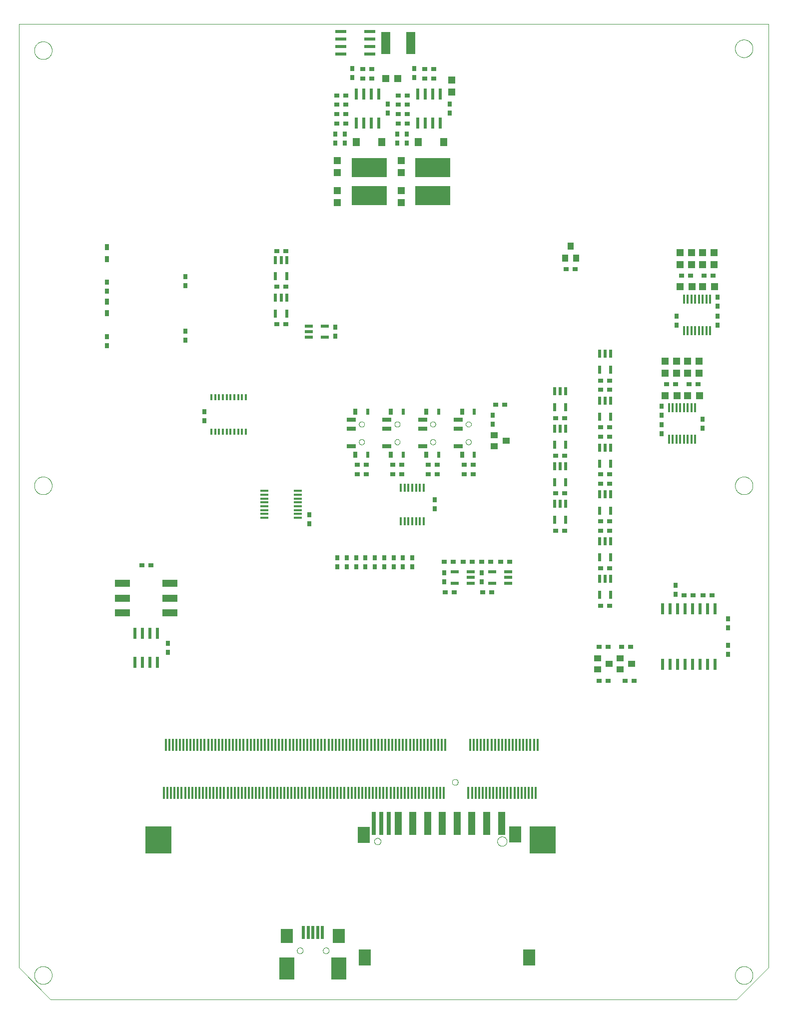
<source format=gtp>
G75*
%MOIN*%
%OFA0B0*%
%FSLAX25Y25*%
%IPPOS*%
%LPD*%
%AMOC8*
5,1,8,0,0,1.08239X$1,22.5*
%
%ADD10C,0.00000*%
%ADD11R,0.02100X0.07800*%
%ADD12R,0.03543X0.03150*%
%ADD13R,0.03150X0.03543*%
%ADD14R,0.03937X0.05000*%
%ADD15R,0.03150X0.03937*%
%ADD16R,0.01200X0.03900*%
%ADD17R,0.05000X0.03937*%
%ADD18R,0.05200X0.02200*%
%ADD19R,0.02200X0.05200*%
%ADD20R,0.01400X0.06300*%
%ADD21R,0.05118X0.04724*%
%ADD22R,0.04724X0.05118*%
%ADD23R,0.05906X0.14567*%
%ADD24R,0.01400X0.05800*%
%ADD25R,0.05906X0.02756*%
%ADD26R,0.02362X0.03937*%
%ADD27R,0.05800X0.01400*%
%ADD28R,0.01378X0.07874*%
%ADD29R,0.17717X0.18110*%
%ADD30C,0.00010*%
%ADD31R,0.07874X0.11024*%
%ADD32R,0.02756X0.15748*%
%ADD33R,0.04724X0.15748*%
%ADD34R,0.02200X0.07800*%
%ADD35R,0.05000X0.05787*%
%ADD36R,0.23622X0.12795*%
%ADD37R,0.07874X0.09449*%
%ADD38R,0.01969X0.09087*%
%ADD39R,0.10000X0.15000*%
%ADD40R,0.09843X0.04724*%
%ADD41R,0.07800X0.02000*%
D10*
X0022250Y0001750D02*
X0001000Y0023000D01*
X0001000Y0651750D01*
X0501000Y0651750D01*
X0501000Y0023000D01*
X0479750Y0001750D01*
X0022250Y0001750D01*
X0011344Y0018000D02*
X0011346Y0018153D01*
X0011352Y0018307D01*
X0011362Y0018460D01*
X0011376Y0018612D01*
X0011394Y0018765D01*
X0011416Y0018916D01*
X0011441Y0019067D01*
X0011471Y0019218D01*
X0011505Y0019368D01*
X0011542Y0019516D01*
X0011583Y0019664D01*
X0011628Y0019810D01*
X0011677Y0019956D01*
X0011730Y0020100D01*
X0011786Y0020242D01*
X0011846Y0020383D01*
X0011910Y0020523D01*
X0011977Y0020661D01*
X0012048Y0020797D01*
X0012123Y0020931D01*
X0012200Y0021063D01*
X0012282Y0021193D01*
X0012366Y0021321D01*
X0012454Y0021447D01*
X0012545Y0021570D01*
X0012639Y0021691D01*
X0012737Y0021809D01*
X0012837Y0021925D01*
X0012941Y0022038D01*
X0013047Y0022149D01*
X0013156Y0022257D01*
X0013268Y0022362D01*
X0013382Y0022463D01*
X0013500Y0022562D01*
X0013619Y0022658D01*
X0013741Y0022751D01*
X0013866Y0022840D01*
X0013993Y0022927D01*
X0014122Y0023009D01*
X0014253Y0023089D01*
X0014386Y0023165D01*
X0014521Y0023238D01*
X0014658Y0023307D01*
X0014797Y0023372D01*
X0014937Y0023434D01*
X0015079Y0023492D01*
X0015222Y0023547D01*
X0015367Y0023598D01*
X0015513Y0023645D01*
X0015660Y0023688D01*
X0015808Y0023727D01*
X0015957Y0023763D01*
X0016107Y0023794D01*
X0016258Y0023822D01*
X0016409Y0023846D01*
X0016562Y0023866D01*
X0016714Y0023882D01*
X0016867Y0023894D01*
X0017020Y0023902D01*
X0017173Y0023906D01*
X0017327Y0023906D01*
X0017480Y0023902D01*
X0017633Y0023894D01*
X0017786Y0023882D01*
X0017938Y0023866D01*
X0018091Y0023846D01*
X0018242Y0023822D01*
X0018393Y0023794D01*
X0018543Y0023763D01*
X0018692Y0023727D01*
X0018840Y0023688D01*
X0018987Y0023645D01*
X0019133Y0023598D01*
X0019278Y0023547D01*
X0019421Y0023492D01*
X0019563Y0023434D01*
X0019703Y0023372D01*
X0019842Y0023307D01*
X0019979Y0023238D01*
X0020114Y0023165D01*
X0020247Y0023089D01*
X0020378Y0023009D01*
X0020507Y0022927D01*
X0020634Y0022840D01*
X0020759Y0022751D01*
X0020881Y0022658D01*
X0021000Y0022562D01*
X0021118Y0022463D01*
X0021232Y0022362D01*
X0021344Y0022257D01*
X0021453Y0022149D01*
X0021559Y0022038D01*
X0021663Y0021925D01*
X0021763Y0021809D01*
X0021861Y0021691D01*
X0021955Y0021570D01*
X0022046Y0021447D01*
X0022134Y0021321D01*
X0022218Y0021193D01*
X0022300Y0021063D01*
X0022377Y0020931D01*
X0022452Y0020797D01*
X0022523Y0020661D01*
X0022590Y0020523D01*
X0022654Y0020383D01*
X0022714Y0020242D01*
X0022770Y0020100D01*
X0022823Y0019956D01*
X0022872Y0019810D01*
X0022917Y0019664D01*
X0022958Y0019516D01*
X0022995Y0019368D01*
X0023029Y0019218D01*
X0023059Y0019067D01*
X0023084Y0018916D01*
X0023106Y0018765D01*
X0023124Y0018612D01*
X0023138Y0018460D01*
X0023148Y0018307D01*
X0023154Y0018153D01*
X0023156Y0018000D01*
X0023154Y0017847D01*
X0023148Y0017693D01*
X0023138Y0017540D01*
X0023124Y0017388D01*
X0023106Y0017235D01*
X0023084Y0017084D01*
X0023059Y0016933D01*
X0023029Y0016782D01*
X0022995Y0016632D01*
X0022958Y0016484D01*
X0022917Y0016336D01*
X0022872Y0016190D01*
X0022823Y0016044D01*
X0022770Y0015900D01*
X0022714Y0015758D01*
X0022654Y0015617D01*
X0022590Y0015477D01*
X0022523Y0015339D01*
X0022452Y0015203D01*
X0022377Y0015069D01*
X0022300Y0014937D01*
X0022218Y0014807D01*
X0022134Y0014679D01*
X0022046Y0014553D01*
X0021955Y0014430D01*
X0021861Y0014309D01*
X0021763Y0014191D01*
X0021663Y0014075D01*
X0021559Y0013962D01*
X0021453Y0013851D01*
X0021344Y0013743D01*
X0021232Y0013638D01*
X0021118Y0013537D01*
X0021000Y0013438D01*
X0020881Y0013342D01*
X0020759Y0013249D01*
X0020634Y0013160D01*
X0020507Y0013073D01*
X0020378Y0012991D01*
X0020247Y0012911D01*
X0020114Y0012835D01*
X0019979Y0012762D01*
X0019842Y0012693D01*
X0019703Y0012628D01*
X0019563Y0012566D01*
X0019421Y0012508D01*
X0019278Y0012453D01*
X0019133Y0012402D01*
X0018987Y0012355D01*
X0018840Y0012312D01*
X0018692Y0012273D01*
X0018543Y0012237D01*
X0018393Y0012206D01*
X0018242Y0012178D01*
X0018091Y0012154D01*
X0017938Y0012134D01*
X0017786Y0012118D01*
X0017633Y0012106D01*
X0017480Y0012098D01*
X0017327Y0012094D01*
X0017173Y0012094D01*
X0017020Y0012098D01*
X0016867Y0012106D01*
X0016714Y0012118D01*
X0016562Y0012134D01*
X0016409Y0012154D01*
X0016258Y0012178D01*
X0016107Y0012206D01*
X0015957Y0012237D01*
X0015808Y0012273D01*
X0015660Y0012312D01*
X0015513Y0012355D01*
X0015367Y0012402D01*
X0015222Y0012453D01*
X0015079Y0012508D01*
X0014937Y0012566D01*
X0014797Y0012628D01*
X0014658Y0012693D01*
X0014521Y0012762D01*
X0014386Y0012835D01*
X0014253Y0012911D01*
X0014122Y0012991D01*
X0013993Y0013073D01*
X0013866Y0013160D01*
X0013741Y0013249D01*
X0013619Y0013342D01*
X0013500Y0013438D01*
X0013382Y0013537D01*
X0013268Y0013638D01*
X0013156Y0013743D01*
X0013047Y0013851D01*
X0012941Y0013962D01*
X0012837Y0014075D01*
X0012737Y0014191D01*
X0012639Y0014309D01*
X0012545Y0014430D01*
X0012454Y0014553D01*
X0012366Y0014679D01*
X0012282Y0014807D01*
X0012200Y0014937D01*
X0012123Y0015069D01*
X0012048Y0015203D01*
X0011977Y0015339D01*
X0011910Y0015477D01*
X0011846Y0015617D01*
X0011786Y0015758D01*
X0011730Y0015900D01*
X0011677Y0016044D01*
X0011628Y0016190D01*
X0011583Y0016336D01*
X0011542Y0016484D01*
X0011505Y0016632D01*
X0011471Y0016782D01*
X0011441Y0016933D01*
X0011416Y0017084D01*
X0011394Y0017235D01*
X0011376Y0017388D01*
X0011362Y0017540D01*
X0011352Y0017693D01*
X0011346Y0017847D01*
X0011344Y0018000D01*
X0186620Y0034437D02*
X0186622Y0034525D01*
X0186628Y0034613D01*
X0186638Y0034701D01*
X0186652Y0034789D01*
X0186669Y0034875D01*
X0186691Y0034961D01*
X0186716Y0035045D01*
X0186746Y0035129D01*
X0186778Y0035211D01*
X0186815Y0035291D01*
X0186855Y0035370D01*
X0186899Y0035447D01*
X0186946Y0035522D01*
X0186996Y0035594D01*
X0187050Y0035665D01*
X0187106Y0035732D01*
X0187166Y0035798D01*
X0187228Y0035860D01*
X0187294Y0035920D01*
X0187361Y0035976D01*
X0187432Y0036030D01*
X0187504Y0036080D01*
X0187579Y0036127D01*
X0187656Y0036171D01*
X0187735Y0036211D01*
X0187815Y0036248D01*
X0187897Y0036280D01*
X0187981Y0036310D01*
X0188065Y0036335D01*
X0188151Y0036357D01*
X0188237Y0036374D01*
X0188325Y0036388D01*
X0188413Y0036398D01*
X0188501Y0036404D01*
X0188589Y0036406D01*
X0188677Y0036404D01*
X0188765Y0036398D01*
X0188853Y0036388D01*
X0188941Y0036374D01*
X0189027Y0036357D01*
X0189113Y0036335D01*
X0189197Y0036310D01*
X0189281Y0036280D01*
X0189363Y0036248D01*
X0189443Y0036211D01*
X0189522Y0036171D01*
X0189599Y0036127D01*
X0189674Y0036080D01*
X0189746Y0036030D01*
X0189817Y0035976D01*
X0189884Y0035920D01*
X0189950Y0035860D01*
X0190012Y0035798D01*
X0190072Y0035732D01*
X0190128Y0035665D01*
X0190182Y0035594D01*
X0190232Y0035522D01*
X0190279Y0035447D01*
X0190323Y0035370D01*
X0190363Y0035291D01*
X0190400Y0035211D01*
X0190432Y0035129D01*
X0190462Y0035045D01*
X0190487Y0034961D01*
X0190509Y0034875D01*
X0190526Y0034789D01*
X0190540Y0034701D01*
X0190550Y0034613D01*
X0190556Y0034525D01*
X0190558Y0034437D01*
X0190556Y0034349D01*
X0190550Y0034261D01*
X0190540Y0034173D01*
X0190526Y0034085D01*
X0190509Y0033999D01*
X0190487Y0033913D01*
X0190462Y0033829D01*
X0190432Y0033745D01*
X0190400Y0033663D01*
X0190363Y0033583D01*
X0190323Y0033504D01*
X0190279Y0033427D01*
X0190232Y0033352D01*
X0190182Y0033280D01*
X0190128Y0033209D01*
X0190072Y0033142D01*
X0190012Y0033076D01*
X0189950Y0033014D01*
X0189884Y0032954D01*
X0189817Y0032898D01*
X0189746Y0032844D01*
X0189674Y0032794D01*
X0189599Y0032747D01*
X0189522Y0032703D01*
X0189443Y0032663D01*
X0189363Y0032626D01*
X0189281Y0032594D01*
X0189197Y0032564D01*
X0189113Y0032539D01*
X0189027Y0032517D01*
X0188941Y0032500D01*
X0188853Y0032486D01*
X0188765Y0032476D01*
X0188677Y0032470D01*
X0188589Y0032468D01*
X0188501Y0032470D01*
X0188413Y0032476D01*
X0188325Y0032486D01*
X0188237Y0032500D01*
X0188151Y0032517D01*
X0188065Y0032539D01*
X0187981Y0032564D01*
X0187897Y0032594D01*
X0187815Y0032626D01*
X0187735Y0032663D01*
X0187656Y0032703D01*
X0187579Y0032747D01*
X0187504Y0032794D01*
X0187432Y0032844D01*
X0187361Y0032898D01*
X0187294Y0032954D01*
X0187228Y0033014D01*
X0187166Y0033076D01*
X0187106Y0033142D01*
X0187050Y0033209D01*
X0186996Y0033280D01*
X0186946Y0033352D01*
X0186899Y0033427D01*
X0186855Y0033504D01*
X0186815Y0033583D01*
X0186778Y0033663D01*
X0186746Y0033745D01*
X0186716Y0033829D01*
X0186691Y0033913D01*
X0186669Y0033999D01*
X0186652Y0034085D01*
X0186638Y0034173D01*
X0186628Y0034261D01*
X0186622Y0034349D01*
X0186620Y0034437D01*
X0203942Y0034437D02*
X0203944Y0034525D01*
X0203950Y0034613D01*
X0203960Y0034701D01*
X0203974Y0034789D01*
X0203991Y0034875D01*
X0204013Y0034961D01*
X0204038Y0035045D01*
X0204068Y0035129D01*
X0204100Y0035211D01*
X0204137Y0035291D01*
X0204177Y0035370D01*
X0204221Y0035447D01*
X0204268Y0035522D01*
X0204318Y0035594D01*
X0204372Y0035665D01*
X0204428Y0035732D01*
X0204488Y0035798D01*
X0204550Y0035860D01*
X0204616Y0035920D01*
X0204683Y0035976D01*
X0204754Y0036030D01*
X0204826Y0036080D01*
X0204901Y0036127D01*
X0204978Y0036171D01*
X0205057Y0036211D01*
X0205137Y0036248D01*
X0205219Y0036280D01*
X0205303Y0036310D01*
X0205387Y0036335D01*
X0205473Y0036357D01*
X0205559Y0036374D01*
X0205647Y0036388D01*
X0205735Y0036398D01*
X0205823Y0036404D01*
X0205911Y0036406D01*
X0205999Y0036404D01*
X0206087Y0036398D01*
X0206175Y0036388D01*
X0206263Y0036374D01*
X0206349Y0036357D01*
X0206435Y0036335D01*
X0206519Y0036310D01*
X0206603Y0036280D01*
X0206685Y0036248D01*
X0206765Y0036211D01*
X0206844Y0036171D01*
X0206921Y0036127D01*
X0206996Y0036080D01*
X0207068Y0036030D01*
X0207139Y0035976D01*
X0207206Y0035920D01*
X0207272Y0035860D01*
X0207334Y0035798D01*
X0207394Y0035732D01*
X0207450Y0035665D01*
X0207504Y0035594D01*
X0207554Y0035522D01*
X0207601Y0035447D01*
X0207645Y0035370D01*
X0207685Y0035291D01*
X0207722Y0035211D01*
X0207754Y0035129D01*
X0207784Y0035045D01*
X0207809Y0034961D01*
X0207831Y0034875D01*
X0207848Y0034789D01*
X0207862Y0034701D01*
X0207872Y0034613D01*
X0207878Y0034525D01*
X0207880Y0034437D01*
X0207878Y0034349D01*
X0207872Y0034261D01*
X0207862Y0034173D01*
X0207848Y0034085D01*
X0207831Y0033999D01*
X0207809Y0033913D01*
X0207784Y0033829D01*
X0207754Y0033745D01*
X0207722Y0033663D01*
X0207685Y0033583D01*
X0207645Y0033504D01*
X0207601Y0033427D01*
X0207554Y0033352D01*
X0207504Y0033280D01*
X0207450Y0033209D01*
X0207394Y0033142D01*
X0207334Y0033076D01*
X0207272Y0033014D01*
X0207206Y0032954D01*
X0207139Y0032898D01*
X0207068Y0032844D01*
X0206996Y0032794D01*
X0206921Y0032747D01*
X0206844Y0032703D01*
X0206765Y0032663D01*
X0206685Y0032626D01*
X0206603Y0032594D01*
X0206519Y0032564D01*
X0206435Y0032539D01*
X0206349Y0032517D01*
X0206263Y0032500D01*
X0206175Y0032486D01*
X0206087Y0032476D01*
X0205999Y0032470D01*
X0205911Y0032468D01*
X0205823Y0032470D01*
X0205735Y0032476D01*
X0205647Y0032486D01*
X0205559Y0032500D01*
X0205473Y0032517D01*
X0205387Y0032539D01*
X0205303Y0032564D01*
X0205219Y0032594D01*
X0205137Y0032626D01*
X0205057Y0032663D01*
X0204978Y0032703D01*
X0204901Y0032747D01*
X0204826Y0032794D01*
X0204754Y0032844D01*
X0204683Y0032898D01*
X0204616Y0032954D01*
X0204550Y0033014D01*
X0204488Y0033076D01*
X0204428Y0033142D01*
X0204372Y0033209D01*
X0204318Y0033280D01*
X0204268Y0033352D01*
X0204221Y0033427D01*
X0204177Y0033504D01*
X0204137Y0033583D01*
X0204100Y0033663D01*
X0204068Y0033745D01*
X0204038Y0033829D01*
X0204013Y0033913D01*
X0203991Y0033999D01*
X0203974Y0034085D01*
X0203960Y0034173D01*
X0203950Y0034261D01*
X0203944Y0034349D01*
X0203942Y0034437D01*
X0238166Y0107232D02*
X0238168Y0107325D01*
X0238174Y0107417D01*
X0238184Y0107509D01*
X0238198Y0107600D01*
X0238215Y0107691D01*
X0238237Y0107781D01*
X0238262Y0107870D01*
X0238291Y0107958D01*
X0238324Y0108044D01*
X0238361Y0108129D01*
X0238401Y0108213D01*
X0238445Y0108294D01*
X0238492Y0108374D01*
X0238542Y0108452D01*
X0238596Y0108527D01*
X0238653Y0108600D01*
X0238713Y0108670D01*
X0238776Y0108738D01*
X0238842Y0108803D01*
X0238910Y0108865D01*
X0238981Y0108925D01*
X0239055Y0108981D01*
X0239131Y0109034D01*
X0239209Y0109083D01*
X0239289Y0109130D01*
X0239371Y0109172D01*
X0239455Y0109212D01*
X0239540Y0109247D01*
X0239627Y0109279D01*
X0239715Y0109308D01*
X0239804Y0109332D01*
X0239894Y0109353D01*
X0239985Y0109369D01*
X0240077Y0109382D01*
X0240169Y0109391D01*
X0240262Y0109396D01*
X0240354Y0109397D01*
X0240447Y0109394D01*
X0240539Y0109387D01*
X0240631Y0109376D01*
X0240722Y0109361D01*
X0240813Y0109343D01*
X0240903Y0109320D01*
X0240991Y0109294D01*
X0241079Y0109264D01*
X0241165Y0109230D01*
X0241249Y0109193D01*
X0241332Y0109151D01*
X0241413Y0109107D01*
X0241493Y0109059D01*
X0241570Y0109008D01*
X0241644Y0108953D01*
X0241717Y0108895D01*
X0241787Y0108835D01*
X0241854Y0108771D01*
X0241918Y0108705D01*
X0241980Y0108635D01*
X0242038Y0108564D01*
X0242093Y0108490D01*
X0242145Y0108413D01*
X0242194Y0108334D01*
X0242240Y0108254D01*
X0242282Y0108171D01*
X0242320Y0108087D01*
X0242355Y0108001D01*
X0242386Y0107914D01*
X0242413Y0107826D01*
X0242436Y0107736D01*
X0242456Y0107646D01*
X0242472Y0107555D01*
X0242484Y0107463D01*
X0242492Y0107371D01*
X0242496Y0107278D01*
X0242496Y0107186D01*
X0242492Y0107093D01*
X0242484Y0107001D01*
X0242472Y0106909D01*
X0242456Y0106818D01*
X0242436Y0106728D01*
X0242413Y0106638D01*
X0242386Y0106550D01*
X0242355Y0106463D01*
X0242320Y0106377D01*
X0242282Y0106293D01*
X0242240Y0106210D01*
X0242194Y0106130D01*
X0242145Y0106051D01*
X0242093Y0105974D01*
X0242038Y0105900D01*
X0241980Y0105829D01*
X0241918Y0105759D01*
X0241854Y0105693D01*
X0241787Y0105629D01*
X0241717Y0105569D01*
X0241644Y0105511D01*
X0241570Y0105456D01*
X0241493Y0105405D01*
X0241414Y0105357D01*
X0241332Y0105313D01*
X0241249Y0105271D01*
X0241165Y0105234D01*
X0241079Y0105200D01*
X0240991Y0105170D01*
X0240903Y0105144D01*
X0240813Y0105121D01*
X0240722Y0105103D01*
X0240631Y0105088D01*
X0240539Y0105077D01*
X0240447Y0105070D01*
X0240354Y0105067D01*
X0240262Y0105068D01*
X0240169Y0105073D01*
X0240077Y0105082D01*
X0239985Y0105095D01*
X0239894Y0105111D01*
X0239804Y0105132D01*
X0239715Y0105156D01*
X0239627Y0105185D01*
X0239540Y0105217D01*
X0239455Y0105252D01*
X0239371Y0105292D01*
X0239289Y0105334D01*
X0239209Y0105381D01*
X0239131Y0105430D01*
X0239055Y0105483D01*
X0238981Y0105539D01*
X0238910Y0105599D01*
X0238842Y0105661D01*
X0238776Y0105726D01*
X0238713Y0105794D01*
X0238653Y0105864D01*
X0238596Y0105937D01*
X0238542Y0106012D01*
X0238492Y0106090D01*
X0238445Y0106170D01*
X0238401Y0106251D01*
X0238361Y0106335D01*
X0238324Y0106420D01*
X0238291Y0106506D01*
X0238262Y0106594D01*
X0238237Y0106683D01*
X0238215Y0106773D01*
X0238198Y0106864D01*
X0238184Y0106955D01*
X0238174Y0107047D01*
X0238168Y0107139D01*
X0238166Y0107232D01*
X0320252Y0107232D02*
X0320254Y0107344D01*
X0320260Y0107455D01*
X0320270Y0107567D01*
X0320284Y0107678D01*
X0320301Y0107788D01*
X0320323Y0107898D01*
X0320349Y0108007D01*
X0320378Y0108115D01*
X0320411Y0108221D01*
X0320448Y0108327D01*
X0320489Y0108431D01*
X0320534Y0108534D01*
X0320582Y0108635D01*
X0320633Y0108734D01*
X0320688Y0108831D01*
X0320747Y0108926D01*
X0320808Y0109020D01*
X0320873Y0109111D01*
X0320942Y0109199D01*
X0321013Y0109285D01*
X0321087Y0109369D01*
X0321165Y0109449D01*
X0321245Y0109527D01*
X0321328Y0109603D01*
X0321413Y0109675D01*
X0321501Y0109744D01*
X0321591Y0109810D01*
X0321684Y0109872D01*
X0321779Y0109932D01*
X0321876Y0109988D01*
X0321974Y0110040D01*
X0322075Y0110089D01*
X0322177Y0110134D01*
X0322281Y0110176D01*
X0322386Y0110214D01*
X0322493Y0110248D01*
X0322600Y0110278D01*
X0322709Y0110305D01*
X0322818Y0110327D01*
X0322929Y0110346D01*
X0323039Y0110361D01*
X0323151Y0110372D01*
X0323262Y0110379D01*
X0323374Y0110382D01*
X0323486Y0110381D01*
X0323598Y0110376D01*
X0323709Y0110367D01*
X0323820Y0110354D01*
X0323931Y0110337D01*
X0324041Y0110317D01*
X0324150Y0110292D01*
X0324258Y0110264D01*
X0324365Y0110231D01*
X0324471Y0110195D01*
X0324575Y0110155D01*
X0324678Y0110112D01*
X0324780Y0110065D01*
X0324879Y0110014D01*
X0324977Y0109960D01*
X0325073Y0109902D01*
X0325167Y0109841D01*
X0325258Y0109777D01*
X0325347Y0109710D01*
X0325434Y0109639D01*
X0325518Y0109565D01*
X0325600Y0109489D01*
X0325678Y0109409D01*
X0325754Y0109327D01*
X0325827Y0109242D01*
X0325897Y0109155D01*
X0325963Y0109065D01*
X0326027Y0108973D01*
X0326087Y0108879D01*
X0326144Y0108783D01*
X0326197Y0108684D01*
X0326247Y0108584D01*
X0326293Y0108483D01*
X0326336Y0108379D01*
X0326375Y0108274D01*
X0326410Y0108168D01*
X0326441Y0108061D01*
X0326469Y0107952D01*
X0326492Y0107843D01*
X0326512Y0107733D01*
X0326528Y0107622D01*
X0326540Y0107511D01*
X0326548Y0107400D01*
X0326552Y0107288D01*
X0326552Y0107176D01*
X0326548Y0107064D01*
X0326540Y0106953D01*
X0326528Y0106842D01*
X0326512Y0106731D01*
X0326492Y0106621D01*
X0326469Y0106512D01*
X0326441Y0106403D01*
X0326410Y0106296D01*
X0326375Y0106190D01*
X0326336Y0106085D01*
X0326293Y0105981D01*
X0326247Y0105880D01*
X0326197Y0105780D01*
X0326144Y0105681D01*
X0326087Y0105585D01*
X0326027Y0105491D01*
X0325963Y0105399D01*
X0325897Y0105309D01*
X0325827Y0105222D01*
X0325754Y0105137D01*
X0325678Y0105055D01*
X0325600Y0104975D01*
X0325518Y0104899D01*
X0325434Y0104825D01*
X0325347Y0104754D01*
X0325258Y0104687D01*
X0325167Y0104623D01*
X0325073Y0104562D01*
X0324977Y0104504D01*
X0324879Y0104450D01*
X0324780Y0104399D01*
X0324678Y0104352D01*
X0324575Y0104309D01*
X0324471Y0104269D01*
X0324365Y0104233D01*
X0324258Y0104200D01*
X0324150Y0104172D01*
X0324041Y0104147D01*
X0323931Y0104127D01*
X0323820Y0104110D01*
X0323709Y0104097D01*
X0323598Y0104088D01*
X0323486Y0104083D01*
X0323374Y0104082D01*
X0323262Y0104085D01*
X0323151Y0104092D01*
X0323039Y0104103D01*
X0322929Y0104118D01*
X0322818Y0104137D01*
X0322709Y0104159D01*
X0322600Y0104186D01*
X0322493Y0104216D01*
X0322386Y0104250D01*
X0322281Y0104288D01*
X0322177Y0104330D01*
X0322075Y0104375D01*
X0321974Y0104424D01*
X0321876Y0104476D01*
X0321779Y0104532D01*
X0321684Y0104592D01*
X0321591Y0104654D01*
X0321501Y0104720D01*
X0321413Y0104789D01*
X0321328Y0104861D01*
X0321245Y0104937D01*
X0321165Y0105015D01*
X0321087Y0105095D01*
X0321013Y0105179D01*
X0320942Y0105265D01*
X0320873Y0105353D01*
X0320808Y0105444D01*
X0320747Y0105538D01*
X0320688Y0105633D01*
X0320633Y0105730D01*
X0320582Y0105829D01*
X0320534Y0105930D01*
X0320489Y0106033D01*
X0320448Y0106137D01*
X0320411Y0106243D01*
X0320378Y0106349D01*
X0320349Y0106457D01*
X0320323Y0106566D01*
X0320301Y0106676D01*
X0320284Y0106786D01*
X0320270Y0106897D01*
X0320260Y0107009D01*
X0320254Y0107120D01*
X0320252Y0107232D01*
X0478844Y0018000D02*
X0478846Y0018153D01*
X0478852Y0018307D01*
X0478862Y0018460D01*
X0478876Y0018612D01*
X0478894Y0018765D01*
X0478916Y0018916D01*
X0478941Y0019067D01*
X0478971Y0019218D01*
X0479005Y0019368D01*
X0479042Y0019516D01*
X0479083Y0019664D01*
X0479128Y0019810D01*
X0479177Y0019956D01*
X0479230Y0020100D01*
X0479286Y0020242D01*
X0479346Y0020383D01*
X0479410Y0020523D01*
X0479477Y0020661D01*
X0479548Y0020797D01*
X0479623Y0020931D01*
X0479700Y0021063D01*
X0479782Y0021193D01*
X0479866Y0021321D01*
X0479954Y0021447D01*
X0480045Y0021570D01*
X0480139Y0021691D01*
X0480237Y0021809D01*
X0480337Y0021925D01*
X0480441Y0022038D01*
X0480547Y0022149D01*
X0480656Y0022257D01*
X0480768Y0022362D01*
X0480882Y0022463D01*
X0481000Y0022562D01*
X0481119Y0022658D01*
X0481241Y0022751D01*
X0481366Y0022840D01*
X0481493Y0022927D01*
X0481622Y0023009D01*
X0481753Y0023089D01*
X0481886Y0023165D01*
X0482021Y0023238D01*
X0482158Y0023307D01*
X0482297Y0023372D01*
X0482437Y0023434D01*
X0482579Y0023492D01*
X0482722Y0023547D01*
X0482867Y0023598D01*
X0483013Y0023645D01*
X0483160Y0023688D01*
X0483308Y0023727D01*
X0483457Y0023763D01*
X0483607Y0023794D01*
X0483758Y0023822D01*
X0483909Y0023846D01*
X0484062Y0023866D01*
X0484214Y0023882D01*
X0484367Y0023894D01*
X0484520Y0023902D01*
X0484673Y0023906D01*
X0484827Y0023906D01*
X0484980Y0023902D01*
X0485133Y0023894D01*
X0485286Y0023882D01*
X0485438Y0023866D01*
X0485591Y0023846D01*
X0485742Y0023822D01*
X0485893Y0023794D01*
X0486043Y0023763D01*
X0486192Y0023727D01*
X0486340Y0023688D01*
X0486487Y0023645D01*
X0486633Y0023598D01*
X0486778Y0023547D01*
X0486921Y0023492D01*
X0487063Y0023434D01*
X0487203Y0023372D01*
X0487342Y0023307D01*
X0487479Y0023238D01*
X0487614Y0023165D01*
X0487747Y0023089D01*
X0487878Y0023009D01*
X0488007Y0022927D01*
X0488134Y0022840D01*
X0488259Y0022751D01*
X0488381Y0022658D01*
X0488500Y0022562D01*
X0488618Y0022463D01*
X0488732Y0022362D01*
X0488844Y0022257D01*
X0488953Y0022149D01*
X0489059Y0022038D01*
X0489163Y0021925D01*
X0489263Y0021809D01*
X0489361Y0021691D01*
X0489455Y0021570D01*
X0489546Y0021447D01*
X0489634Y0021321D01*
X0489718Y0021193D01*
X0489800Y0021063D01*
X0489877Y0020931D01*
X0489952Y0020797D01*
X0490023Y0020661D01*
X0490090Y0020523D01*
X0490154Y0020383D01*
X0490214Y0020242D01*
X0490270Y0020100D01*
X0490323Y0019956D01*
X0490372Y0019810D01*
X0490417Y0019664D01*
X0490458Y0019516D01*
X0490495Y0019368D01*
X0490529Y0019218D01*
X0490559Y0019067D01*
X0490584Y0018916D01*
X0490606Y0018765D01*
X0490624Y0018612D01*
X0490638Y0018460D01*
X0490648Y0018307D01*
X0490654Y0018153D01*
X0490656Y0018000D01*
X0490654Y0017847D01*
X0490648Y0017693D01*
X0490638Y0017540D01*
X0490624Y0017388D01*
X0490606Y0017235D01*
X0490584Y0017084D01*
X0490559Y0016933D01*
X0490529Y0016782D01*
X0490495Y0016632D01*
X0490458Y0016484D01*
X0490417Y0016336D01*
X0490372Y0016190D01*
X0490323Y0016044D01*
X0490270Y0015900D01*
X0490214Y0015758D01*
X0490154Y0015617D01*
X0490090Y0015477D01*
X0490023Y0015339D01*
X0489952Y0015203D01*
X0489877Y0015069D01*
X0489800Y0014937D01*
X0489718Y0014807D01*
X0489634Y0014679D01*
X0489546Y0014553D01*
X0489455Y0014430D01*
X0489361Y0014309D01*
X0489263Y0014191D01*
X0489163Y0014075D01*
X0489059Y0013962D01*
X0488953Y0013851D01*
X0488844Y0013743D01*
X0488732Y0013638D01*
X0488618Y0013537D01*
X0488500Y0013438D01*
X0488381Y0013342D01*
X0488259Y0013249D01*
X0488134Y0013160D01*
X0488007Y0013073D01*
X0487878Y0012991D01*
X0487747Y0012911D01*
X0487614Y0012835D01*
X0487479Y0012762D01*
X0487342Y0012693D01*
X0487203Y0012628D01*
X0487063Y0012566D01*
X0486921Y0012508D01*
X0486778Y0012453D01*
X0486633Y0012402D01*
X0486487Y0012355D01*
X0486340Y0012312D01*
X0486192Y0012273D01*
X0486043Y0012237D01*
X0485893Y0012206D01*
X0485742Y0012178D01*
X0485591Y0012154D01*
X0485438Y0012134D01*
X0485286Y0012118D01*
X0485133Y0012106D01*
X0484980Y0012098D01*
X0484827Y0012094D01*
X0484673Y0012094D01*
X0484520Y0012098D01*
X0484367Y0012106D01*
X0484214Y0012118D01*
X0484062Y0012134D01*
X0483909Y0012154D01*
X0483758Y0012178D01*
X0483607Y0012206D01*
X0483457Y0012237D01*
X0483308Y0012273D01*
X0483160Y0012312D01*
X0483013Y0012355D01*
X0482867Y0012402D01*
X0482722Y0012453D01*
X0482579Y0012508D01*
X0482437Y0012566D01*
X0482297Y0012628D01*
X0482158Y0012693D01*
X0482021Y0012762D01*
X0481886Y0012835D01*
X0481753Y0012911D01*
X0481622Y0012991D01*
X0481493Y0013073D01*
X0481366Y0013160D01*
X0481241Y0013249D01*
X0481119Y0013342D01*
X0481000Y0013438D01*
X0480882Y0013537D01*
X0480768Y0013638D01*
X0480656Y0013743D01*
X0480547Y0013851D01*
X0480441Y0013962D01*
X0480337Y0014075D01*
X0480237Y0014191D01*
X0480139Y0014309D01*
X0480045Y0014430D01*
X0479954Y0014553D01*
X0479866Y0014679D01*
X0479782Y0014807D01*
X0479700Y0014937D01*
X0479623Y0015069D01*
X0479548Y0015203D01*
X0479477Y0015339D01*
X0479410Y0015477D01*
X0479346Y0015617D01*
X0479286Y0015758D01*
X0479230Y0015900D01*
X0479177Y0016044D01*
X0479128Y0016190D01*
X0479083Y0016336D01*
X0479042Y0016484D01*
X0479005Y0016632D01*
X0478971Y0016782D01*
X0478941Y0016933D01*
X0478916Y0017084D01*
X0478894Y0017235D01*
X0478876Y0017388D01*
X0478862Y0017540D01*
X0478852Y0017693D01*
X0478846Y0017847D01*
X0478844Y0018000D01*
X0478844Y0344250D02*
X0478846Y0344403D01*
X0478852Y0344557D01*
X0478862Y0344710D01*
X0478876Y0344862D01*
X0478894Y0345015D01*
X0478916Y0345166D01*
X0478941Y0345317D01*
X0478971Y0345468D01*
X0479005Y0345618D01*
X0479042Y0345766D01*
X0479083Y0345914D01*
X0479128Y0346060D01*
X0479177Y0346206D01*
X0479230Y0346350D01*
X0479286Y0346492D01*
X0479346Y0346633D01*
X0479410Y0346773D01*
X0479477Y0346911D01*
X0479548Y0347047D01*
X0479623Y0347181D01*
X0479700Y0347313D01*
X0479782Y0347443D01*
X0479866Y0347571D01*
X0479954Y0347697D01*
X0480045Y0347820D01*
X0480139Y0347941D01*
X0480237Y0348059D01*
X0480337Y0348175D01*
X0480441Y0348288D01*
X0480547Y0348399D01*
X0480656Y0348507D01*
X0480768Y0348612D01*
X0480882Y0348713D01*
X0481000Y0348812D01*
X0481119Y0348908D01*
X0481241Y0349001D01*
X0481366Y0349090D01*
X0481493Y0349177D01*
X0481622Y0349259D01*
X0481753Y0349339D01*
X0481886Y0349415D01*
X0482021Y0349488D01*
X0482158Y0349557D01*
X0482297Y0349622D01*
X0482437Y0349684D01*
X0482579Y0349742D01*
X0482722Y0349797D01*
X0482867Y0349848D01*
X0483013Y0349895D01*
X0483160Y0349938D01*
X0483308Y0349977D01*
X0483457Y0350013D01*
X0483607Y0350044D01*
X0483758Y0350072D01*
X0483909Y0350096D01*
X0484062Y0350116D01*
X0484214Y0350132D01*
X0484367Y0350144D01*
X0484520Y0350152D01*
X0484673Y0350156D01*
X0484827Y0350156D01*
X0484980Y0350152D01*
X0485133Y0350144D01*
X0485286Y0350132D01*
X0485438Y0350116D01*
X0485591Y0350096D01*
X0485742Y0350072D01*
X0485893Y0350044D01*
X0486043Y0350013D01*
X0486192Y0349977D01*
X0486340Y0349938D01*
X0486487Y0349895D01*
X0486633Y0349848D01*
X0486778Y0349797D01*
X0486921Y0349742D01*
X0487063Y0349684D01*
X0487203Y0349622D01*
X0487342Y0349557D01*
X0487479Y0349488D01*
X0487614Y0349415D01*
X0487747Y0349339D01*
X0487878Y0349259D01*
X0488007Y0349177D01*
X0488134Y0349090D01*
X0488259Y0349001D01*
X0488381Y0348908D01*
X0488500Y0348812D01*
X0488618Y0348713D01*
X0488732Y0348612D01*
X0488844Y0348507D01*
X0488953Y0348399D01*
X0489059Y0348288D01*
X0489163Y0348175D01*
X0489263Y0348059D01*
X0489361Y0347941D01*
X0489455Y0347820D01*
X0489546Y0347697D01*
X0489634Y0347571D01*
X0489718Y0347443D01*
X0489800Y0347313D01*
X0489877Y0347181D01*
X0489952Y0347047D01*
X0490023Y0346911D01*
X0490090Y0346773D01*
X0490154Y0346633D01*
X0490214Y0346492D01*
X0490270Y0346350D01*
X0490323Y0346206D01*
X0490372Y0346060D01*
X0490417Y0345914D01*
X0490458Y0345766D01*
X0490495Y0345618D01*
X0490529Y0345468D01*
X0490559Y0345317D01*
X0490584Y0345166D01*
X0490606Y0345015D01*
X0490624Y0344862D01*
X0490638Y0344710D01*
X0490648Y0344557D01*
X0490654Y0344403D01*
X0490656Y0344250D01*
X0490654Y0344097D01*
X0490648Y0343943D01*
X0490638Y0343790D01*
X0490624Y0343638D01*
X0490606Y0343485D01*
X0490584Y0343334D01*
X0490559Y0343183D01*
X0490529Y0343032D01*
X0490495Y0342882D01*
X0490458Y0342734D01*
X0490417Y0342586D01*
X0490372Y0342440D01*
X0490323Y0342294D01*
X0490270Y0342150D01*
X0490214Y0342008D01*
X0490154Y0341867D01*
X0490090Y0341727D01*
X0490023Y0341589D01*
X0489952Y0341453D01*
X0489877Y0341319D01*
X0489800Y0341187D01*
X0489718Y0341057D01*
X0489634Y0340929D01*
X0489546Y0340803D01*
X0489455Y0340680D01*
X0489361Y0340559D01*
X0489263Y0340441D01*
X0489163Y0340325D01*
X0489059Y0340212D01*
X0488953Y0340101D01*
X0488844Y0339993D01*
X0488732Y0339888D01*
X0488618Y0339787D01*
X0488500Y0339688D01*
X0488381Y0339592D01*
X0488259Y0339499D01*
X0488134Y0339410D01*
X0488007Y0339323D01*
X0487878Y0339241D01*
X0487747Y0339161D01*
X0487614Y0339085D01*
X0487479Y0339012D01*
X0487342Y0338943D01*
X0487203Y0338878D01*
X0487063Y0338816D01*
X0486921Y0338758D01*
X0486778Y0338703D01*
X0486633Y0338652D01*
X0486487Y0338605D01*
X0486340Y0338562D01*
X0486192Y0338523D01*
X0486043Y0338487D01*
X0485893Y0338456D01*
X0485742Y0338428D01*
X0485591Y0338404D01*
X0485438Y0338384D01*
X0485286Y0338368D01*
X0485133Y0338356D01*
X0484980Y0338348D01*
X0484827Y0338344D01*
X0484673Y0338344D01*
X0484520Y0338348D01*
X0484367Y0338356D01*
X0484214Y0338368D01*
X0484062Y0338384D01*
X0483909Y0338404D01*
X0483758Y0338428D01*
X0483607Y0338456D01*
X0483457Y0338487D01*
X0483308Y0338523D01*
X0483160Y0338562D01*
X0483013Y0338605D01*
X0482867Y0338652D01*
X0482722Y0338703D01*
X0482579Y0338758D01*
X0482437Y0338816D01*
X0482297Y0338878D01*
X0482158Y0338943D01*
X0482021Y0339012D01*
X0481886Y0339085D01*
X0481753Y0339161D01*
X0481622Y0339241D01*
X0481493Y0339323D01*
X0481366Y0339410D01*
X0481241Y0339499D01*
X0481119Y0339592D01*
X0481000Y0339688D01*
X0480882Y0339787D01*
X0480768Y0339888D01*
X0480656Y0339993D01*
X0480547Y0340101D01*
X0480441Y0340212D01*
X0480337Y0340325D01*
X0480237Y0340441D01*
X0480139Y0340559D01*
X0480045Y0340680D01*
X0479954Y0340803D01*
X0479866Y0340929D01*
X0479782Y0341057D01*
X0479700Y0341187D01*
X0479623Y0341319D01*
X0479548Y0341453D01*
X0479477Y0341589D01*
X0479410Y0341727D01*
X0479346Y0341867D01*
X0479286Y0342008D01*
X0479230Y0342150D01*
X0479177Y0342294D01*
X0479128Y0342440D01*
X0479083Y0342586D01*
X0479042Y0342734D01*
X0479005Y0342882D01*
X0478971Y0343032D01*
X0478941Y0343183D01*
X0478916Y0343334D01*
X0478894Y0343485D01*
X0478876Y0343638D01*
X0478862Y0343790D01*
X0478852Y0343943D01*
X0478846Y0344097D01*
X0478844Y0344250D01*
X0299228Y0373344D02*
X0299230Y0373428D01*
X0299236Y0373511D01*
X0299246Y0373594D01*
X0299260Y0373677D01*
X0299277Y0373759D01*
X0299299Y0373840D01*
X0299324Y0373919D01*
X0299353Y0373998D01*
X0299386Y0374075D01*
X0299422Y0374150D01*
X0299462Y0374224D01*
X0299505Y0374296D01*
X0299552Y0374365D01*
X0299602Y0374432D01*
X0299655Y0374497D01*
X0299711Y0374559D01*
X0299769Y0374619D01*
X0299831Y0374676D01*
X0299895Y0374729D01*
X0299962Y0374780D01*
X0300031Y0374827D01*
X0300102Y0374872D01*
X0300175Y0374912D01*
X0300250Y0374949D01*
X0300327Y0374983D01*
X0300405Y0375013D01*
X0300484Y0375039D01*
X0300565Y0375062D01*
X0300647Y0375080D01*
X0300729Y0375095D01*
X0300812Y0375106D01*
X0300895Y0375113D01*
X0300979Y0375116D01*
X0301063Y0375115D01*
X0301146Y0375110D01*
X0301230Y0375101D01*
X0301312Y0375088D01*
X0301394Y0375072D01*
X0301475Y0375051D01*
X0301556Y0375027D01*
X0301634Y0374999D01*
X0301712Y0374967D01*
X0301788Y0374931D01*
X0301862Y0374892D01*
X0301934Y0374850D01*
X0302004Y0374804D01*
X0302072Y0374755D01*
X0302137Y0374703D01*
X0302200Y0374648D01*
X0302260Y0374590D01*
X0302318Y0374529D01*
X0302372Y0374465D01*
X0302424Y0374399D01*
X0302472Y0374331D01*
X0302517Y0374260D01*
X0302558Y0374187D01*
X0302597Y0374113D01*
X0302631Y0374037D01*
X0302662Y0373959D01*
X0302689Y0373880D01*
X0302713Y0373799D01*
X0302732Y0373718D01*
X0302748Y0373636D01*
X0302760Y0373553D01*
X0302768Y0373469D01*
X0302772Y0373386D01*
X0302772Y0373302D01*
X0302768Y0373219D01*
X0302760Y0373135D01*
X0302748Y0373052D01*
X0302732Y0372970D01*
X0302713Y0372889D01*
X0302689Y0372808D01*
X0302662Y0372729D01*
X0302631Y0372651D01*
X0302597Y0372575D01*
X0302558Y0372501D01*
X0302517Y0372428D01*
X0302472Y0372357D01*
X0302424Y0372289D01*
X0302372Y0372223D01*
X0302318Y0372159D01*
X0302260Y0372098D01*
X0302200Y0372040D01*
X0302137Y0371985D01*
X0302072Y0371933D01*
X0302004Y0371884D01*
X0301934Y0371838D01*
X0301862Y0371796D01*
X0301788Y0371757D01*
X0301712Y0371721D01*
X0301634Y0371689D01*
X0301556Y0371661D01*
X0301475Y0371637D01*
X0301394Y0371616D01*
X0301312Y0371600D01*
X0301230Y0371587D01*
X0301146Y0371578D01*
X0301063Y0371573D01*
X0300979Y0371572D01*
X0300895Y0371575D01*
X0300812Y0371582D01*
X0300729Y0371593D01*
X0300647Y0371608D01*
X0300565Y0371626D01*
X0300484Y0371649D01*
X0300405Y0371675D01*
X0300327Y0371705D01*
X0300250Y0371739D01*
X0300175Y0371776D01*
X0300102Y0371816D01*
X0300031Y0371861D01*
X0299962Y0371908D01*
X0299895Y0371959D01*
X0299831Y0372012D01*
X0299769Y0372069D01*
X0299711Y0372129D01*
X0299655Y0372191D01*
X0299602Y0372256D01*
X0299552Y0372323D01*
X0299505Y0372392D01*
X0299462Y0372464D01*
X0299422Y0372538D01*
X0299386Y0372613D01*
X0299353Y0372690D01*
X0299324Y0372769D01*
X0299299Y0372848D01*
X0299277Y0372929D01*
X0299260Y0373011D01*
X0299246Y0373094D01*
X0299236Y0373177D01*
X0299230Y0373260D01*
X0299228Y0373344D01*
X0299228Y0385156D02*
X0299230Y0385240D01*
X0299236Y0385323D01*
X0299246Y0385406D01*
X0299260Y0385489D01*
X0299277Y0385571D01*
X0299299Y0385652D01*
X0299324Y0385731D01*
X0299353Y0385810D01*
X0299386Y0385887D01*
X0299422Y0385962D01*
X0299462Y0386036D01*
X0299505Y0386108D01*
X0299552Y0386177D01*
X0299602Y0386244D01*
X0299655Y0386309D01*
X0299711Y0386371D01*
X0299769Y0386431D01*
X0299831Y0386488D01*
X0299895Y0386541D01*
X0299962Y0386592D01*
X0300031Y0386639D01*
X0300102Y0386684D01*
X0300175Y0386724D01*
X0300250Y0386761D01*
X0300327Y0386795D01*
X0300405Y0386825D01*
X0300484Y0386851D01*
X0300565Y0386874D01*
X0300647Y0386892D01*
X0300729Y0386907D01*
X0300812Y0386918D01*
X0300895Y0386925D01*
X0300979Y0386928D01*
X0301063Y0386927D01*
X0301146Y0386922D01*
X0301230Y0386913D01*
X0301312Y0386900D01*
X0301394Y0386884D01*
X0301475Y0386863D01*
X0301556Y0386839D01*
X0301634Y0386811D01*
X0301712Y0386779D01*
X0301788Y0386743D01*
X0301862Y0386704D01*
X0301934Y0386662D01*
X0302004Y0386616D01*
X0302072Y0386567D01*
X0302137Y0386515D01*
X0302200Y0386460D01*
X0302260Y0386402D01*
X0302318Y0386341D01*
X0302372Y0386277D01*
X0302424Y0386211D01*
X0302472Y0386143D01*
X0302517Y0386072D01*
X0302558Y0385999D01*
X0302597Y0385925D01*
X0302631Y0385849D01*
X0302662Y0385771D01*
X0302689Y0385692D01*
X0302713Y0385611D01*
X0302732Y0385530D01*
X0302748Y0385448D01*
X0302760Y0385365D01*
X0302768Y0385281D01*
X0302772Y0385198D01*
X0302772Y0385114D01*
X0302768Y0385031D01*
X0302760Y0384947D01*
X0302748Y0384864D01*
X0302732Y0384782D01*
X0302713Y0384701D01*
X0302689Y0384620D01*
X0302662Y0384541D01*
X0302631Y0384463D01*
X0302597Y0384387D01*
X0302558Y0384313D01*
X0302517Y0384240D01*
X0302472Y0384169D01*
X0302424Y0384101D01*
X0302372Y0384035D01*
X0302318Y0383971D01*
X0302260Y0383910D01*
X0302200Y0383852D01*
X0302137Y0383797D01*
X0302072Y0383745D01*
X0302004Y0383696D01*
X0301934Y0383650D01*
X0301862Y0383608D01*
X0301788Y0383569D01*
X0301712Y0383533D01*
X0301634Y0383501D01*
X0301556Y0383473D01*
X0301475Y0383449D01*
X0301394Y0383428D01*
X0301312Y0383412D01*
X0301230Y0383399D01*
X0301146Y0383390D01*
X0301063Y0383385D01*
X0300979Y0383384D01*
X0300895Y0383387D01*
X0300812Y0383394D01*
X0300729Y0383405D01*
X0300647Y0383420D01*
X0300565Y0383438D01*
X0300484Y0383461D01*
X0300405Y0383487D01*
X0300327Y0383517D01*
X0300250Y0383551D01*
X0300175Y0383588D01*
X0300102Y0383628D01*
X0300031Y0383673D01*
X0299962Y0383720D01*
X0299895Y0383771D01*
X0299831Y0383824D01*
X0299769Y0383881D01*
X0299711Y0383941D01*
X0299655Y0384003D01*
X0299602Y0384068D01*
X0299552Y0384135D01*
X0299505Y0384204D01*
X0299462Y0384276D01*
X0299422Y0384350D01*
X0299386Y0384425D01*
X0299353Y0384502D01*
X0299324Y0384581D01*
X0299299Y0384660D01*
X0299277Y0384741D01*
X0299260Y0384823D01*
X0299246Y0384906D01*
X0299236Y0384989D01*
X0299230Y0385072D01*
X0299228Y0385156D01*
X0275478Y0385156D02*
X0275480Y0385240D01*
X0275486Y0385323D01*
X0275496Y0385406D01*
X0275510Y0385489D01*
X0275527Y0385571D01*
X0275549Y0385652D01*
X0275574Y0385731D01*
X0275603Y0385810D01*
X0275636Y0385887D01*
X0275672Y0385962D01*
X0275712Y0386036D01*
X0275755Y0386108D01*
X0275802Y0386177D01*
X0275852Y0386244D01*
X0275905Y0386309D01*
X0275961Y0386371D01*
X0276019Y0386431D01*
X0276081Y0386488D01*
X0276145Y0386541D01*
X0276212Y0386592D01*
X0276281Y0386639D01*
X0276352Y0386684D01*
X0276425Y0386724D01*
X0276500Y0386761D01*
X0276577Y0386795D01*
X0276655Y0386825D01*
X0276734Y0386851D01*
X0276815Y0386874D01*
X0276897Y0386892D01*
X0276979Y0386907D01*
X0277062Y0386918D01*
X0277145Y0386925D01*
X0277229Y0386928D01*
X0277313Y0386927D01*
X0277396Y0386922D01*
X0277480Y0386913D01*
X0277562Y0386900D01*
X0277644Y0386884D01*
X0277725Y0386863D01*
X0277806Y0386839D01*
X0277884Y0386811D01*
X0277962Y0386779D01*
X0278038Y0386743D01*
X0278112Y0386704D01*
X0278184Y0386662D01*
X0278254Y0386616D01*
X0278322Y0386567D01*
X0278387Y0386515D01*
X0278450Y0386460D01*
X0278510Y0386402D01*
X0278568Y0386341D01*
X0278622Y0386277D01*
X0278674Y0386211D01*
X0278722Y0386143D01*
X0278767Y0386072D01*
X0278808Y0385999D01*
X0278847Y0385925D01*
X0278881Y0385849D01*
X0278912Y0385771D01*
X0278939Y0385692D01*
X0278963Y0385611D01*
X0278982Y0385530D01*
X0278998Y0385448D01*
X0279010Y0385365D01*
X0279018Y0385281D01*
X0279022Y0385198D01*
X0279022Y0385114D01*
X0279018Y0385031D01*
X0279010Y0384947D01*
X0278998Y0384864D01*
X0278982Y0384782D01*
X0278963Y0384701D01*
X0278939Y0384620D01*
X0278912Y0384541D01*
X0278881Y0384463D01*
X0278847Y0384387D01*
X0278808Y0384313D01*
X0278767Y0384240D01*
X0278722Y0384169D01*
X0278674Y0384101D01*
X0278622Y0384035D01*
X0278568Y0383971D01*
X0278510Y0383910D01*
X0278450Y0383852D01*
X0278387Y0383797D01*
X0278322Y0383745D01*
X0278254Y0383696D01*
X0278184Y0383650D01*
X0278112Y0383608D01*
X0278038Y0383569D01*
X0277962Y0383533D01*
X0277884Y0383501D01*
X0277806Y0383473D01*
X0277725Y0383449D01*
X0277644Y0383428D01*
X0277562Y0383412D01*
X0277480Y0383399D01*
X0277396Y0383390D01*
X0277313Y0383385D01*
X0277229Y0383384D01*
X0277145Y0383387D01*
X0277062Y0383394D01*
X0276979Y0383405D01*
X0276897Y0383420D01*
X0276815Y0383438D01*
X0276734Y0383461D01*
X0276655Y0383487D01*
X0276577Y0383517D01*
X0276500Y0383551D01*
X0276425Y0383588D01*
X0276352Y0383628D01*
X0276281Y0383673D01*
X0276212Y0383720D01*
X0276145Y0383771D01*
X0276081Y0383824D01*
X0276019Y0383881D01*
X0275961Y0383941D01*
X0275905Y0384003D01*
X0275852Y0384068D01*
X0275802Y0384135D01*
X0275755Y0384204D01*
X0275712Y0384276D01*
X0275672Y0384350D01*
X0275636Y0384425D01*
X0275603Y0384502D01*
X0275574Y0384581D01*
X0275549Y0384660D01*
X0275527Y0384741D01*
X0275510Y0384823D01*
X0275496Y0384906D01*
X0275486Y0384989D01*
X0275480Y0385072D01*
X0275478Y0385156D01*
X0275478Y0373344D02*
X0275480Y0373428D01*
X0275486Y0373511D01*
X0275496Y0373594D01*
X0275510Y0373677D01*
X0275527Y0373759D01*
X0275549Y0373840D01*
X0275574Y0373919D01*
X0275603Y0373998D01*
X0275636Y0374075D01*
X0275672Y0374150D01*
X0275712Y0374224D01*
X0275755Y0374296D01*
X0275802Y0374365D01*
X0275852Y0374432D01*
X0275905Y0374497D01*
X0275961Y0374559D01*
X0276019Y0374619D01*
X0276081Y0374676D01*
X0276145Y0374729D01*
X0276212Y0374780D01*
X0276281Y0374827D01*
X0276352Y0374872D01*
X0276425Y0374912D01*
X0276500Y0374949D01*
X0276577Y0374983D01*
X0276655Y0375013D01*
X0276734Y0375039D01*
X0276815Y0375062D01*
X0276897Y0375080D01*
X0276979Y0375095D01*
X0277062Y0375106D01*
X0277145Y0375113D01*
X0277229Y0375116D01*
X0277313Y0375115D01*
X0277396Y0375110D01*
X0277480Y0375101D01*
X0277562Y0375088D01*
X0277644Y0375072D01*
X0277725Y0375051D01*
X0277806Y0375027D01*
X0277884Y0374999D01*
X0277962Y0374967D01*
X0278038Y0374931D01*
X0278112Y0374892D01*
X0278184Y0374850D01*
X0278254Y0374804D01*
X0278322Y0374755D01*
X0278387Y0374703D01*
X0278450Y0374648D01*
X0278510Y0374590D01*
X0278568Y0374529D01*
X0278622Y0374465D01*
X0278674Y0374399D01*
X0278722Y0374331D01*
X0278767Y0374260D01*
X0278808Y0374187D01*
X0278847Y0374113D01*
X0278881Y0374037D01*
X0278912Y0373959D01*
X0278939Y0373880D01*
X0278963Y0373799D01*
X0278982Y0373718D01*
X0278998Y0373636D01*
X0279010Y0373553D01*
X0279018Y0373469D01*
X0279022Y0373386D01*
X0279022Y0373302D01*
X0279018Y0373219D01*
X0279010Y0373135D01*
X0278998Y0373052D01*
X0278982Y0372970D01*
X0278963Y0372889D01*
X0278939Y0372808D01*
X0278912Y0372729D01*
X0278881Y0372651D01*
X0278847Y0372575D01*
X0278808Y0372501D01*
X0278767Y0372428D01*
X0278722Y0372357D01*
X0278674Y0372289D01*
X0278622Y0372223D01*
X0278568Y0372159D01*
X0278510Y0372098D01*
X0278450Y0372040D01*
X0278387Y0371985D01*
X0278322Y0371933D01*
X0278254Y0371884D01*
X0278184Y0371838D01*
X0278112Y0371796D01*
X0278038Y0371757D01*
X0277962Y0371721D01*
X0277884Y0371689D01*
X0277806Y0371661D01*
X0277725Y0371637D01*
X0277644Y0371616D01*
X0277562Y0371600D01*
X0277480Y0371587D01*
X0277396Y0371578D01*
X0277313Y0371573D01*
X0277229Y0371572D01*
X0277145Y0371575D01*
X0277062Y0371582D01*
X0276979Y0371593D01*
X0276897Y0371608D01*
X0276815Y0371626D01*
X0276734Y0371649D01*
X0276655Y0371675D01*
X0276577Y0371705D01*
X0276500Y0371739D01*
X0276425Y0371776D01*
X0276352Y0371816D01*
X0276281Y0371861D01*
X0276212Y0371908D01*
X0276145Y0371959D01*
X0276081Y0372012D01*
X0276019Y0372069D01*
X0275961Y0372129D01*
X0275905Y0372191D01*
X0275852Y0372256D01*
X0275802Y0372323D01*
X0275755Y0372392D01*
X0275712Y0372464D01*
X0275672Y0372538D01*
X0275636Y0372613D01*
X0275603Y0372690D01*
X0275574Y0372769D01*
X0275549Y0372848D01*
X0275527Y0372929D01*
X0275510Y0373011D01*
X0275496Y0373094D01*
X0275486Y0373177D01*
X0275480Y0373260D01*
X0275478Y0373344D01*
X0251728Y0373344D02*
X0251730Y0373428D01*
X0251736Y0373511D01*
X0251746Y0373594D01*
X0251760Y0373677D01*
X0251777Y0373759D01*
X0251799Y0373840D01*
X0251824Y0373919D01*
X0251853Y0373998D01*
X0251886Y0374075D01*
X0251922Y0374150D01*
X0251962Y0374224D01*
X0252005Y0374296D01*
X0252052Y0374365D01*
X0252102Y0374432D01*
X0252155Y0374497D01*
X0252211Y0374559D01*
X0252269Y0374619D01*
X0252331Y0374676D01*
X0252395Y0374729D01*
X0252462Y0374780D01*
X0252531Y0374827D01*
X0252602Y0374872D01*
X0252675Y0374912D01*
X0252750Y0374949D01*
X0252827Y0374983D01*
X0252905Y0375013D01*
X0252984Y0375039D01*
X0253065Y0375062D01*
X0253147Y0375080D01*
X0253229Y0375095D01*
X0253312Y0375106D01*
X0253395Y0375113D01*
X0253479Y0375116D01*
X0253563Y0375115D01*
X0253646Y0375110D01*
X0253730Y0375101D01*
X0253812Y0375088D01*
X0253894Y0375072D01*
X0253975Y0375051D01*
X0254056Y0375027D01*
X0254134Y0374999D01*
X0254212Y0374967D01*
X0254288Y0374931D01*
X0254362Y0374892D01*
X0254434Y0374850D01*
X0254504Y0374804D01*
X0254572Y0374755D01*
X0254637Y0374703D01*
X0254700Y0374648D01*
X0254760Y0374590D01*
X0254818Y0374529D01*
X0254872Y0374465D01*
X0254924Y0374399D01*
X0254972Y0374331D01*
X0255017Y0374260D01*
X0255058Y0374187D01*
X0255097Y0374113D01*
X0255131Y0374037D01*
X0255162Y0373959D01*
X0255189Y0373880D01*
X0255213Y0373799D01*
X0255232Y0373718D01*
X0255248Y0373636D01*
X0255260Y0373553D01*
X0255268Y0373469D01*
X0255272Y0373386D01*
X0255272Y0373302D01*
X0255268Y0373219D01*
X0255260Y0373135D01*
X0255248Y0373052D01*
X0255232Y0372970D01*
X0255213Y0372889D01*
X0255189Y0372808D01*
X0255162Y0372729D01*
X0255131Y0372651D01*
X0255097Y0372575D01*
X0255058Y0372501D01*
X0255017Y0372428D01*
X0254972Y0372357D01*
X0254924Y0372289D01*
X0254872Y0372223D01*
X0254818Y0372159D01*
X0254760Y0372098D01*
X0254700Y0372040D01*
X0254637Y0371985D01*
X0254572Y0371933D01*
X0254504Y0371884D01*
X0254434Y0371838D01*
X0254362Y0371796D01*
X0254288Y0371757D01*
X0254212Y0371721D01*
X0254134Y0371689D01*
X0254056Y0371661D01*
X0253975Y0371637D01*
X0253894Y0371616D01*
X0253812Y0371600D01*
X0253730Y0371587D01*
X0253646Y0371578D01*
X0253563Y0371573D01*
X0253479Y0371572D01*
X0253395Y0371575D01*
X0253312Y0371582D01*
X0253229Y0371593D01*
X0253147Y0371608D01*
X0253065Y0371626D01*
X0252984Y0371649D01*
X0252905Y0371675D01*
X0252827Y0371705D01*
X0252750Y0371739D01*
X0252675Y0371776D01*
X0252602Y0371816D01*
X0252531Y0371861D01*
X0252462Y0371908D01*
X0252395Y0371959D01*
X0252331Y0372012D01*
X0252269Y0372069D01*
X0252211Y0372129D01*
X0252155Y0372191D01*
X0252102Y0372256D01*
X0252052Y0372323D01*
X0252005Y0372392D01*
X0251962Y0372464D01*
X0251922Y0372538D01*
X0251886Y0372613D01*
X0251853Y0372690D01*
X0251824Y0372769D01*
X0251799Y0372848D01*
X0251777Y0372929D01*
X0251760Y0373011D01*
X0251746Y0373094D01*
X0251736Y0373177D01*
X0251730Y0373260D01*
X0251728Y0373344D01*
X0251728Y0385156D02*
X0251730Y0385240D01*
X0251736Y0385323D01*
X0251746Y0385406D01*
X0251760Y0385489D01*
X0251777Y0385571D01*
X0251799Y0385652D01*
X0251824Y0385731D01*
X0251853Y0385810D01*
X0251886Y0385887D01*
X0251922Y0385962D01*
X0251962Y0386036D01*
X0252005Y0386108D01*
X0252052Y0386177D01*
X0252102Y0386244D01*
X0252155Y0386309D01*
X0252211Y0386371D01*
X0252269Y0386431D01*
X0252331Y0386488D01*
X0252395Y0386541D01*
X0252462Y0386592D01*
X0252531Y0386639D01*
X0252602Y0386684D01*
X0252675Y0386724D01*
X0252750Y0386761D01*
X0252827Y0386795D01*
X0252905Y0386825D01*
X0252984Y0386851D01*
X0253065Y0386874D01*
X0253147Y0386892D01*
X0253229Y0386907D01*
X0253312Y0386918D01*
X0253395Y0386925D01*
X0253479Y0386928D01*
X0253563Y0386927D01*
X0253646Y0386922D01*
X0253730Y0386913D01*
X0253812Y0386900D01*
X0253894Y0386884D01*
X0253975Y0386863D01*
X0254056Y0386839D01*
X0254134Y0386811D01*
X0254212Y0386779D01*
X0254288Y0386743D01*
X0254362Y0386704D01*
X0254434Y0386662D01*
X0254504Y0386616D01*
X0254572Y0386567D01*
X0254637Y0386515D01*
X0254700Y0386460D01*
X0254760Y0386402D01*
X0254818Y0386341D01*
X0254872Y0386277D01*
X0254924Y0386211D01*
X0254972Y0386143D01*
X0255017Y0386072D01*
X0255058Y0385999D01*
X0255097Y0385925D01*
X0255131Y0385849D01*
X0255162Y0385771D01*
X0255189Y0385692D01*
X0255213Y0385611D01*
X0255232Y0385530D01*
X0255248Y0385448D01*
X0255260Y0385365D01*
X0255268Y0385281D01*
X0255272Y0385198D01*
X0255272Y0385114D01*
X0255268Y0385031D01*
X0255260Y0384947D01*
X0255248Y0384864D01*
X0255232Y0384782D01*
X0255213Y0384701D01*
X0255189Y0384620D01*
X0255162Y0384541D01*
X0255131Y0384463D01*
X0255097Y0384387D01*
X0255058Y0384313D01*
X0255017Y0384240D01*
X0254972Y0384169D01*
X0254924Y0384101D01*
X0254872Y0384035D01*
X0254818Y0383971D01*
X0254760Y0383910D01*
X0254700Y0383852D01*
X0254637Y0383797D01*
X0254572Y0383745D01*
X0254504Y0383696D01*
X0254434Y0383650D01*
X0254362Y0383608D01*
X0254288Y0383569D01*
X0254212Y0383533D01*
X0254134Y0383501D01*
X0254056Y0383473D01*
X0253975Y0383449D01*
X0253894Y0383428D01*
X0253812Y0383412D01*
X0253730Y0383399D01*
X0253646Y0383390D01*
X0253563Y0383385D01*
X0253479Y0383384D01*
X0253395Y0383387D01*
X0253312Y0383394D01*
X0253229Y0383405D01*
X0253147Y0383420D01*
X0253065Y0383438D01*
X0252984Y0383461D01*
X0252905Y0383487D01*
X0252827Y0383517D01*
X0252750Y0383551D01*
X0252675Y0383588D01*
X0252602Y0383628D01*
X0252531Y0383673D01*
X0252462Y0383720D01*
X0252395Y0383771D01*
X0252331Y0383824D01*
X0252269Y0383881D01*
X0252211Y0383941D01*
X0252155Y0384003D01*
X0252102Y0384068D01*
X0252052Y0384135D01*
X0252005Y0384204D01*
X0251962Y0384276D01*
X0251922Y0384350D01*
X0251886Y0384425D01*
X0251853Y0384502D01*
X0251824Y0384581D01*
X0251799Y0384660D01*
X0251777Y0384741D01*
X0251760Y0384823D01*
X0251746Y0384906D01*
X0251736Y0384989D01*
X0251730Y0385072D01*
X0251728Y0385156D01*
X0227978Y0385156D02*
X0227980Y0385240D01*
X0227986Y0385323D01*
X0227996Y0385406D01*
X0228010Y0385489D01*
X0228027Y0385571D01*
X0228049Y0385652D01*
X0228074Y0385731D01*
X0228103Y0385810D01*
X0228136Y0385887D01*
X0228172Y0385962D01*
X0228212Y0386036D01*
X0228255Y0386108D01*
X0228302Y0386177D01*
X0228352Y0386244D01*
X0228405Y0386309D01*
X0228461Y0386371D01*
X0228519Y0386431D01*
X0228581Y0386488D01*
X0228645Y0386541D01*
X0228712Y0386592D01*
X0228781Y0386639D01*
X0228852Y0386684D01*
X0228925Y0386724D01*
X0229000Y0386761D01*
X0229077Y0386795D01*
X0229155Y0386825D01*
X0229234Y0386851D01*
X0229315Y0386874D01*
X0229397Y0386892D01*
X0229479Y0386907D01*
X0229562Y0386918D01*
X0229645Y0386925D01*
X0229729Y0386928D01*
X0229813Y0386927D01*
X0229896Y0386922D01*
X0229980Y0386913D01*
X0230062Y0386900D01*
X0230144Y0386884D01*
X0230225Y0386863D01*
X0230306Y0386839D01*
X0230384Y0386811D01*
X0230462Y0386779D01*
X0230538Y0386743D01*
X0230612Y0386704D01*
X0230684Y0386662D01*
X0230754Y0386616D01*
X0230822Y0386567D01*
X0230887Y0386515D01*
X0230950Y0386460D01*
X0231010Y0386402D01*
X0231068Y0386341D01*
X0231122Y0386277D01*
X0231174Y0386211D01*
X0231222Y0386143D01*
X0231267Y0386072D01*
X0231308Y0385999D01*
X0231347Y0385925D01*
X0231381Y0385849D01*
X0231412Y0385771D01*
X0231439Y0385692D01*
X0231463Y0385611D01*
X0231482Y0385530D01*
X0231498Y0385448D01*
X0231510Y0385365D01*
X0231518Y0385281D01*
X0231522Y0385198D01*
X0231522Y0385114D01*
X0231518Y0385031D01*
X0231510Y0384947D01*
X0231498Y0384864D01*
X0231482Y0384782D01*
X0231463Y0384701D01*
X0231439Y0384620D01*
X0231412Y0384541D01*
X0231381Y0384463D01*
X0231347Y0384387D01*
X0231308Y0384313D01*
X0231267Y0384240D01*
X0231222Y0384169D01*
X0231174Y0384101D01*
X0231122Y0384035D01*
X0231068Y0383971D01*
X0231010Y0383910D01*
X0230950Y0383852D01*
X0230887Y0383797D01*
X0230822Y0383745D01*
X0230754Y0383696D01*
X0230684Y0383650D01*
X0230612Y0383608D01*
X0230538Y0383569D01*
X0230462Y0383533D01*
X0230384Y0383501D01*
X0230306Y0383473D01*
X0230225Y0383449D01*
X0230144Y0383428D01*
X0230062Y0383412D01*
X0229980Y0383399D01*
X0229896Y0383390D01*
X0229813Y0383385D01*
X0229729Y0383384D01*
X0229645Y0383387D01*
X0229562Y0383394D01*
X0229479Y0383405D01*
X0229397Y0383420D01*
X0229315Y0383438D01*
X0229234Y0383461D01*
X0229155Y0383487D01*
X0229077Y0383517D01*
X0229000Y0383551D01*
X0228925Y0383588D01*
X0228852Y0383628D01*
X0228781Y0383673D01*
X0228712Y0383720D01*
X0228645Y0383771D01*
X0228581Y0383824D01*
X0228519Y0383881D01*
X0228461Y0383941D01*
X0228405Y0384003D01*
X0228352Y0384068D01*
X0228302Y0384135D01*
X0228255Y0384204D01*
X0228212Y0384276D01*
X0228172Y0384350D01*
X0228136Y0384425D01*
X0228103Y0384502D01*
X0228074Y0384581D01*
X0228049Y0384660D01*
X0228027Y0384741D01*
X0228010Y0384823D01*
X0227996Y0384906D01*
X0227986Y0384989D01*
X0227980Y0385072D01*
X0227978Y0385156D01*
X0227978Y0373344D02*
X0227980Y0373428D01*
X0227986Y0373511D01*
X0227996Y0373594D01*
X0228010Y0373677D01*
X0228027Y0373759D01*
X0228049Y0373840D01*
X0228074Y0373919D01*
X0228103Y0373998D01*
X0228136Y0374075D01*
X0228172Y0374150D01*
X0228212Y0374224D01*
X0228255Y0374296D01*
X0228302Y0374365D01*
X0228352Y0374432D01*
X0228405Y0374497D01*
X0228461Y0374559D01*
X0228519Y0374619D01*
X0228581Y0374676D01*
X0228645Y0374729D01*
X0228712Y0374780D01*
X0228781Y0374827D01*
X0228852Y0374872D01*
X0228925Y0374912D01*
X0229000Y0374949D01*
X0229077Y0374983D01*
X0229155Y0375013D01*
X0229234Y0375039D01*
X0229315Y0375062D01*
X0229397Y0375080D01*
X0229479Y0375095D01*
X0229562Y0375106D01*
X0229645Y0375113D01*
X0229729Y0375116D01*
X0229813Y0375115D01*
X0229896Y0375110D01*
X0229980Y0375101D01*
X0230062Y0375088D01*
X0230144Y0375072D01*
X0230225Y0375051D01*
X0230306Y0375027D01*
X0230384Y0374999D01*
X0230462Y0374967D01*
X0230538Y0374931D01*
X0230612Y0374892D01*
X0230684Y0374850D01*
X0230754Y0374804D01*
X0230822Y0374755D01*
X0230887Y0374703D01*
X0230950Y0374648D01*
X0231010Y0374590D01*
X0231068Y0374529D01*
X0231122Y0374465D01*
X0231174Y0374399D01*
X0231222Y0374331D01*
X0231267Y0374260D01*
X0231308Y0374187D01*
X0231347Y0374113D01*
X0231381Y0374037D01*
X0231412Y0373959D01*
X0231439Y0373880D01*
X0231463Y0373799D01*
X0231482Y0373718D01*
X0231498Y0373636D01*
X0231510Y0373553D01*
X0231518Y0373469D01*
X0231522Y0373386D01*
X0231522Y0373302D01*
X0231518Y0373219D01*
X0231510Y0373135D01*
X0231498Y0373052D01*
X0231482Y0372970D01*
X0231463Y0372889D01*
X0231439Y0372808D01*
X0231412Y0372729D01*
X0231381Y0372651D01*
X0231347Y0372575D01*
X0231308Y0372501D01*
X0231267Y0372428D01*
X0231222Y0372357D01*
X0231174Y0372289D01*
X0231122Y0372223D01*
X0231068Y0372159D01*
X0231010Y0372098D01*
X0230950Y0372040D01*
X0230887Y0371985D01*
X0230822Y0371933D01*
X0230754Y0371884D01*
X0230684Y0371838D01*
X0230612Y0371796D01*
X0230538Y0371757D01*
X0230462Y0371721D01*
X0230384Y0371689D01*
X0230306Y0371661D01*
X0230225Y0371637D01*
X0230144Y0371616D01*
X0230062Y0371600D01*
X0229980Y0371587D01*
X0229896Y0371578D01*
X0229813Y0371573D01*
X0229729Y0371572D01*
X0229645Y0371575D01*
X0229562Y0371582D01*
X0229479Y0371593D01*
X0229397Y0371608D01*
X0229315Y0371626D01*
X0229234Y0371649D01*
X0229155Y0371675D01*
X0229077Y0371705D01*
X0229000Y0371739D01*
X0228925Y0371776D01*
X0228852Y0371816D01*
X0228781Y0371861D01*
X0228712Y0371908D01*
X0228645Y0371959D01*
X0228581Y0372012D01*
X0228519Y0372069D01*
X0228461Y0372129D01*
X0228405Y0372191D01*
X0228352Y0372256D01*
X0228302Y0372323D01*
X0228255Y0372392D01*
X0228212Y0372464D01*
X0228172Y0372538D01*
X0228136Y0372613D01*
X0228103Y0372690D01*
X0228074Y0372769D01*
X0228049Y0372848D01*
X0228027Y0372929D01*
X0228010Y0373011D01*
X0227996Y0373094D01*
X0227986Y0373177D01*
X0227980Y0373260D01*
X0227978Y0373344D01*
X0011344Y0344250D02*
X0011346Y0344403D01*
X0011352Y0344557D01*
X0011362Y0344710D01*
X0011376Y0344862D01*
X0011394Y0345015D01*
X0011416Y0345166D01*
X0011441Y0345317D01*
X0011471Y0345468D01*
X0011505Y0345618D01*
X0011542Y0345766D01*
X0011583Y0345914D01*
X0011628Y0346060D01*
X0011677Y0346206D01*
X0011730Y0346350D01*
X0011786Y0346492D01*
X0011846Y0346633D01*
X0011910Y0346773D01*
X0011977Y0346911D01*
X0012048Y0347047D01*
X0012123Y0347181D01*
X0012200Y0347313D01*
X0012282Y0347443D01*
X0012366Y0347571D01*
X0012454Y0347697D01*
X0012545Y0347820D01*
X0012639Y0347941D01*
X0012737Y0348059D01*
X0012837Y0348175D01*
X0012941Y0348288D01*
X0013047Y0348399D01*
X0013156Y0348507D01*
X0013268Y0348612D01*
X0013382Y0348713D01*
X0013500Y0348812D01*
X0013619Y0348908D01*
X0013741Y0349001D01*
X0013866Y0349090D01*
X0013993Y0349177D01*
X0014122Y0349259D01*
X0014253Y0349339D01*
X0014386Y0349415D01*
X0014521Y0349488D01*
X0014658Y0349557D01*
X0014797Y0349622D01*
X0014937Y0349684D01*
X0015079Y0349742D01*
X0015222Y0349797D01*
X0015367Y0349848D01*
X0015513Y0349895D01*
X0015660Y0349938D01*
X0015808Y0349977D01*
X0015957Y0350013D01*
X0016107Y0350044D01*
X0016258Y0350072D01*
X0016409Y0350096D01*
X0016562Y0350116D01*
X0016714Y0350132D01*
X0016867Y0350144D01*
X0017020Y0350152D01*
X0017173Y0350156D01*
X0017327Y0350156D01*
X0017480Y0350152D01*
X0017633Y0350144D01*
X0017786Y0350132D01*
X0017938Y0350116D01*
X0018091Y0350096D01*
X0018242Y0350072D01*
X0018393Y0350044D01*
X0018543Y0350013D01*
X0018692Y0349977D01*
X0018840Y0349938D01*
X0018987Y0349895D01*
X0019133Y0349848D01*
X0019278Y0349797D01*
X0019421Y0349742D01*
X0019563Y0349684D01*
X0019703Y0349622D01*
X0019842Y0349557D01*
X0019979Y0349488D01*
X0020114Y0349415D01*
X0020247Y0349339D01*
X0020378Y0349259D01*
X0020507Y0349177D01*
X0020634Y0349090D01*
X0020759Y0349001D01*
X0020881Y0348908D01*
X0021000Y0348812D01*
X0021118Y0348713D01*
X0021232Y0348612D01*
X0021344Y0348507D01*
X0021453Y0348399D01*
X0021559Y0348288D01*
X0021663Y0348175D01*
X0021763Y0348059D01*
X0021861Y0347941D01*
X0021955Y0347820D01*
X0022046Y0347697D01*
X0022134Y0347571D01*
X0022218Y0347443D01*
X0022300Y0347313D01*
X0022377Y0347181D01*
X0022452Y0347047D01*
X0022523Y0346911D01*
X0022590Y0346773D01*
X0022654Y0346633D01*
X0022714Y0346492D01*
X0022770Y0346350D01*
X0022823Y0346206D01*
X0022872Y0346060D01*
X0022917Y0345914D01*
X0022958Y0345766D01*
X0022995Y0345618D01*
X0023029Y0345468D01*
X0023059Y0345317D01*
X0023084Y0345166D01*
X0023106Y0345015D01*
X0023124Y0344862D01*
X0023138Y0344710D01*
X0023148Y0344557D01*
X0023154Y0344403D01*
X0023156Y0344250D01*
X0023154Y0344097D01*
X0023148Y0343943D01*
X0023138Y0343790D01*
X0023124Y0343638D01*
X0023106Y0343485D01*
X0023084Y0343334D01*
X0023059Y0343183D01*
X0023029Y0343032D01*
X0022995Y0342882D01*
X0022958Y0342734D01*
X0022917Y0342586D01*
X0022872Y0342440D01*
X0022823Y0342294D01*
X0022770Y0342150D01*
X0022714Y0342008D01*
X0022654Y0341867D01*
X0022590Y0341727D01*
X0022523Y0341589D01*
X0022452Y0341453D01*
X0022377Y0341319D01*
X0022300Y0341187D01*
X0022218Y0341057D01*
X0022134Y0340929D01*
X0022046Y0340803D01*
X0021955Y0340680D01*
X0021861Y0340559D01*
X0021763Y0340441D01*
X0021663Y0340325D01*
X0021559Y0340212D01*
X0021453Y0340101D01*
X0021344Y0339993D01*
X0021232Y0339888D01*
X0021118Y0339787D01*
X0021000Y0339688D01*
X0020881Y0339592D01*
X0020759Y0339499D01*
X0020634Y0339410D01*
X0020507Y0339323D01*
X0020378Y0339241D01*
X0020247Y0339161D01*
X0020114Y0339085D01*
X0019979Y0339012D01*
X0019842Y0338943D01*
X0019703Y0338878D01*
X0019563Y0338816D01*
X0019421Y0338758D01*
X0019278Y0338703D01*
X0019133Y0338652D01*
X0018987Y0338605D01*
X0018840Y0338562D01*
X0018692Y0338523D01*
X0018543Y0338487D01*
X0018393Y0338456D01*
X0018242Y0338428D01*
X0018091Y0338404D01*
X0017938Y0338384D01*
X0017786Y0338368D01*
X0017633Y0338356D01*
X0017480Y0338348D01*
X0017327Y0338344D01*
X0017173Y0338344D01*
X0017020Y0338348D01*
X0016867Y0338356D01*
X0016714Y0338368D01*
X0016562Y0338384D01*
X0016409Y0338404D01*
X0016258Y0338428D01*
X0016107Y0338456D01*
X0015957Y0338487D01*
X0015808Y0338523D01*
X0015660Y0338562D01*
X0015513Y0338605D01*
X0015367Y0338652D01*
X0015222Y0338703D01*
X0015079Y0338758D01*
X0014937Y0338816D01*
X0014797Y0338878D01*
X0014658Y0338943D01*
X0014521Y0339012D01*
X0014386Y0339085D01*
X0014253Y0339161D01*
X0014122Y0339241D01*
X0013993Y0339323D01*
X0013866Y0339410D01*
X0013741Y0339499D01*
X0013619Y0339592D01*
X0013500Y0339688D01*
X0013382Y0339787D01*
X0013268Y0339888D01*
X0013156Y0339993D01*
X0013047Y0340101D01*
X0012941Y0340212D01*
X0012837Y0340325D01*
X0012737Y0340441D01*
X0012639Y0340559D01*
X0012545Y0340680D01*
X0012454Y0340803D01*
X0012366Y0340929D01*
X0012282Y0341057D01*
X0012200Y0341187D01*
X0012123Y0341319D01*
X0012048Y0341453D01*
X0011977Y0341589D01*
X0011910Y0341727D01*
X0011846Y0341867D01*
X0011786Y0342008D01*
X0011730Y0342150D01*
X0011677Y0342294D01*
X0011628Y0342440D01*
X0011583Y0342586D01*
X0011542Y0342734D01*
X0011505Y0342882D01*
X0011471Y0343032D01*
X0011441Y0343183D01*
X0011416Y0343334D01*
X0011394Y0343485D01*
X0011376Y0343638D01*
X0011362Y0343790D01*
X0011352Y0343943D01*
X0011346Y0344097D01*
X0011344Y0344250D01*
X0011344Y0634250D02*
X0011346Y0634403D01*
X0011352Y0634557D01*
X0011362Y0634710D01*
X0011376Y0634862D01*
X0011394Y0635015D01*
X0011416Y0635166D01*
X0011441Y0635317D01*
X0011471Y0635468D01*
X0011505Y0635618D01*
X0011542Y0635766D01*
X0011583Y0635914D01*
X0011628Y0636060D01*
X0011677Y0636206D01*
X0011730Y0636350D01*
X0011786Y0636492D01*
X0011846Y0636633D01*
X0011910Y0636773D01*
X0011977Y0636911D01*
X0012048Y0637047D01*
X0012123Y0637181D01*
X0012200Y0637313D01*
X0012282Y0637443D01*
X0012366Y0637571D01*
X0012454Y0637697D01*
X0012545Y0637820D01*
X0012639Y0637941D01*
X0012737Y0638059D01*
X0012837Y0638175D01*
X0012941Y0638288D01*
X0013047Y0638399D01*
X0013156Y0638507D01*
X0013268Y0638612D01*
X0013382Y0638713D01*
X0013500Y0638812D01*
X0013619Y0638908D01*
X0013741Y0639001D01*
X0013866Y0639090D01*
X0013993Y0639177D01*
X0014122Y0639259D01*
X0014253Y0639339D01*
X0014386Y0639415D01*
X0014521Y0639488D01*
X0014658Y0639557D01*
X0014797Y0639622D01*
X0014937Y0639684D01*
X0015079Y0639742D01*
X0015222Y0639797D01*
X0015367Y0639848D01*
X0015513Y0639895D01*
X0015660Y0639938D01*
X0015808Y0639977D01*
X0015957Y0640013D01*
X0016107Y0640044D01*
X0016258Y0640072D01*
X0016409Y0640096D01*
X0016562Y0640116D01*
X0016714Y0640132D01*
X0016867Y0640144D01*
X0017020Y0640152D01*
X0017173Y0640156D01*
X0017327Y0640156D01*
X0017480Y0640152D01*
X0017633Y0640144D01*
X0017786Y0640132D01*
X0017938Y0640116D01*
X0018091Y0640096D01*
X0018242Y0640072D01*
X0018393Y0640044D01*
X0018543Y0640013D01*
X0018692Y0639977D01*
X0018840Y0639938D01*
X0018987Y0639895D01*
X0019133Y0639848D01*
X0019278Y0639797D01*
X0019421Y0639742D01*
X0019563Y0639684D01*
X0019703Y0639622D01*
X0019842Y0639557D01*
X0019979Y0639488D01*
X0020114Y0639415D01*
X0020247Y0639339D01*
X0020378Y0639259D01*
X0020507Y0639177D01*
X0020634Y0639090D01*
X0020759Y0639001D01*
X0020881Y0638908D01*
X0021000Y0638812D01*
X0021118Y0638713D01*
X0021232Y0638612D01*
X0021344Y0638507D01*
X0021453Y0638399D01*
X0021559Y0638288D01*
X0021663Y0638175D01*
X0021763Y0638059D01*
X0021861Y0637941D01*
X0021955Y0637820D01*
X0022046Y0637697D01*
X0022134Y0637571D01*
X0022218Y0637443D01*
X0022300Y0637313D01*
X0022377Y0637181D01*
X0022452Y0637047D01*
X0022523Y0636911D01*
X0022590Y0636773D01*
X0022654Y0636633D01*
X0022714Y0636492D01*
X0022770Y0636350D01*
X0022823Y0636206D01*
X0022872Y0636060D01*
X0022917Y0635914D01*
X0022958Y0635766D01*
X0022995Y0635618D01*
X0023029Y0635468D01*
X0023059Y0635317D01*
X0023084Y0635166D01*
X0023106Y0635015D01*
X0023124Y0634862D01*
X0023138Y0634710D01*
X0023148Y0634557D01*
X0023154Y0634403D01*
X0023156Y0634250D01*
X0023154Y0634097D01*
X0023148Y0633943D01*
X0023138Y0633790D01*
X0023124Y0633638D01*
X0023106Y0633485D01*
X0023084Y0633334D01*
X0023059Y0633183D01*
X0023029Y0633032D01*
X0022995Y0632882D01*
X0022958Y0632734D01*
X0022917Y0632586D01*
X0022872Y0632440D01*
X0022823Y0632294D01*
X0022770Y0632150D01*
X0022714Y0632008D01*
X0022654Y0631867D01*
X0022590Y0631727D01*
X0022523Y0631589D01*
X0022452Y0631453D01*
X0022377Y0631319D01*
X0022300Y0631187D01*
X0022218Y0631057D01*
X0022134Y0630929D01*
X0022046Y0630803D01*
X0021955Y0630680D01*
X0021861Y0630559D01*
X0021763Y0630441D01*
X0021663Y0630325D01*
X0021559Y0630212D01*
X0021453Y0630101D01*
X0021344Y0629993D01*
X0021232Y0629888D01*
X0021118Y0629787D01*
X0021000Y0629688D01*
X0020881Y0629592D01*
X0020759Y0629499D01*
X0020634Y0629410D01*
X0020507Y0629323D01*
X0020378Y0629241D01*
X0020247Y0629161D01*
X0020114Y0629085D01*
X0019979Y0629012D01*
X0019842Y0628943D01*
X0019703Y0628878D01*
X0019563Y0628816D01*
X0019421Y0628758D01*
X0019278Y0628703D01*
X0019133Y0628652D01*
X0018987Y0628605D01*
X0018840Y0628562D01*
X0018692Y0628523D01*
X0018543Y0628487D01*
X0018393Y0628456D01*
X0018242Y0628428D01*
X0018091Y0628404D01*
X0017938Y0628384D01*
X0017786Y0628368D01*
X0017633Y0628356D01*
X0017480Y0628348D01*
X0017327Y0628344D01*
X0017173Y0628344D01*
X0017020Y0628348D01*
X0016867Y0628356D01*
X0016714Y0628368D01*
X0016562Y0628384D01*
X0016409Y0628404D01*
X0016258Y0628428D01*
X0016107Y0628456D01*
X0015957Y0628487D01*
X0015808Y0628523D01*
X0015660Y0628562D01*
X0015513Y0628605D01*
X0015367Y0628652D01*
X0015222Y0628703D01*
X0015079Y0628758D01*
X0014937Y0628816D01*
X0014797Y0628878D01*
X0014658Y0628943D01*
X0014521Y0629012D01*
X0014386Y0629085D01*
X0014253Y0629161D01*
X0014122Y0629241D01*
X0013993Y0629323D01*
X0013866Y0629410D01*
X0013741Y0629499D01*
X0013619Y0629592D01*
X0013500Y0629688D01*
X0013382Y0629787D01*
X0013268Y0629888D01*
X0013156Y0629993D01*
X0013047Y0630101D01*
X0012941Y0630212D01*
X0012837Y0630325D01*
X0012737Y0630441D01*
X0012639Y0630559D01*
X0012545Y0630680D01*
X0012454Y0630803D01*
X0012366Y0630929D01*
X0012282Y0631057D01*
X0012200Y0631187D01*
X0012123Y0631319D01*
X0012048Y0631453D01*
X0011977Y0631589D01*
X0011910Y0631727D01*
X0011846Y0631867D01*
X0011786Y0632008D01*
X0011730Y0632150D01*
X0011677Y0632294D01*
X0011628Y0632440D01*
X0011583Y0632586D01*
X0011542Y0632734D01*
X0011505Y0632882D01*
X0011471Y0633032D01*
X0011441Y0633183D01*
X0011416Y0633334D01*
X0011394Y0633485D01*
X0011376Y0633638D01*
X0011362Y0633790D01*
X0011352Y0633943D01*
X0011346Y0634097D01*
X0011344Y0634250D01*
X0478844Y0635500D02*
X0478846Y0635653D01*
X0478852Y0635807D01*
X0478862Y0635960D01*
X0478876Y0636112D01*
X0478894Y0636265D01*
X0478916Y0636416D01*
X0478941Y0636567D01*
X0478971Y0636718D01*
X0479005Y0636868D01*
X0479042Y0637016D01*
X0479083Y0637164D01*
X0479128Y0637310D01*
X0479177Y0637456D01*
X0479230Y0637600D01*
X0479286Y0637742D01*
X0479346Y0637883D01*
X0479410Y0638023D01*
X0479477Y0638161D01*
X0479548Y0638297D01*
X0479623Y0638431D01*
X0479700Y0638563D01*
X0479782Y0638693D01*
X0479866Y0638821D01*
X0479954Y0638947D01*
X0480045Y0639070D01*
X0480139Y0639191D01*
X0480237Y0639309D01*
X0480337Y0639425D01*
X0480441Y0639538D01*
X0480547Y0639649D01*
X0480656Y0639757D01*
X0480768Y0639862D01*
X0480882Y0639963D01*
X0481000Y0640062D01*
X0481119Y0640158D01*
X0481241Y0640251D01*
X0481366Y0640340D01*
X0481493Y0640427D01*
X0481622Y0640509D01*
X0481753Y0640589D01*
X0481886Y0640665D01*
X0482021Y0640738D01*
X0482158Y0640807D01*
X0482297Y0640872D01*
X0482437Y0640934D01*
X0482579Y0640992D01*
X0482722Y0641047D01*
X0482867Y0641098D01*
X0483013Y0641145D01*
X0483160Y0641188D01*
X0483308Y0641227D01*
X0483457Y0641263D01*
X0483607Y0641294D01*
X0483758Y0641322D01*
X0483909Y0641346D01*
X0484062Y0641366D01*
X0484214Y0641382D01*
X0484367Y0641394D01*
X0484520Y0641402D01*
X0484673Y0641406D01*
X0484827Y0641406D01*
X0484980Y0641402D01*
X0485133Y0641394D01*
X0485286Y0641382D01*
X0485438Y0641366D01*
X0485591Y0641346D01*
X0485742Y0641322D01*
X0485893Y0641294D01*
X0486043Y0641263D01*
X0486192Y0641227D01*
X0486340Y0641188D01*
X0486487Y0641145D01*
X0486633Y0641098D01*
X0486778Y0641047D01*
X0486921Y0640992D01*
X0487063Y0640934D01*
X0487203Y0640872D01*
X0487342Y0640807D01*
X0487479Y0640738D01*
X0487614Y0640665D01*
X0487747Y0640589D01*
X0487878Y0640509D01*
X0488007Y0640427D01*
X0488134Y0640340D01*
X0488259Y0640251D01*
X0488381Y0640158D01*
X0488500Y0640062D01*
X0488618Y0639963D01*
X0488732Y0639862D01*
X0488844Y0639757D01*
X0488953Y0639649D01*
X0489059Y0639538D01*
X0489163Y0639425D01*
X0489263Y0639309D01*
X0489361Y0639191D01*
X0489455Y0639070D01*
X0489546Y0638947D01*
X0489634Y0638821D01*
X0489718Y0638693D01*
X0489800Y0638563D01*
X0489877Y0638431D01*
X0489952Y0638297D01*
X0490023Y0638161D01*
X0490090Y0638023D01*
X0490154Y0637883D01*
X0490214Y0637742D01*
X0490270Y0637600D01*
X0490323Y0637456D01*
X0490372Y0637310D01*
X0490417Y0637164D01*
X0490458Y0637016D01*
X0490495Y0636868D01*
X0490529Y0636718D01*
X0490559Y0636567D01*
X0490584Y0636416D01*
X0490606Y0636265D01*
X0490624Y0636112D01*
X0490638Y0635960D01*
X0490648Y0635807D01*
X0490654Y0635653D01*
X0490656Y0635500D01*
X0490654Y0635347D01*
X0490648Y0635193D01*
X0490638Y0635040D01*
X0490624Y0634888D01*
X0490606Y0634735D01*
X0490584Y0634584D01*
X0490559Y0634433D01*
X0490529Y0634282D01*
X0490495Y0634132D01*
X0490458Y0633984D01*
X0490417Y0633836D01*
X0490372Y0633690D01*
X0490323Y0633544D01*
X0490270Y0633400D01*
X0490214Y0633258D01*
X0490154Y0633117D01*
X0490090Y0632977D01*
X0490023Y0632839D01*
X0489952Y0632703D01*
X0489877Y0632569D01*
X0489800Y0632437D01*
X0489718Y0632307D01*
X0489634Y0632179D01*
X0489546Y0632053D01*
X0489455Y0631930D01*
X0489361Y0631809D01*
X0489263Y0631691D01*
X0489163Y0631575D01*
X0489059Y0631462D01*
X0488953Y0631351D01*
X0488844Y0631243D01*
X0488732Y0631138D01*
X0488618Y0631037D01*
X0488500Y0630938D01*
X0488381Y0630842D01*
X0488259Y0630749D01*
X0488134Y0630660D01*
X0488007Y0630573D01*
X0487878Y0630491D01*
X0487747Y0630411D01*
X0487614Y0630335D01*
X0487479Y0630262D01*
X0487342Y0630193D01*
X0487203Y0630128D01*
X0487063Y0630066D01*
X0486921Y0630008D01*
X0486778Y0629953D01*
X0486633Y0629902D01*
X0486487Y0629855D01*
X0486340Y0629812D01*
X0486192Y0629773D01*
X0486043Y0629737D01*
X0485893Y0629706D01*
X0485742Y0629678D01*
X0485591Y0629654D01*
X0485438Y0629634D01*
X0485286Y0629618D01*
X0485133Y0629606D01*
X0484980Y0629598D01*
X0484827Y0629594D01*
X0484673Y0629594D01*
X0484520Y0629598D01*
X0484367Y0629606D01*
X0484214Y0629618D01*
X0484062Y0629634D01*
X0483909Y0629654D01*
X0483758Y0629678D01*
X0483607Y0629706D01*
X0483457Y0629737D01*
X0483308Y0629773D01*
X0483160Y0629812D01*
X0483013Y0629855D01*
X0482867Y0629902D01*
X0482722Y0629953D01*
X0482579Y0630008D01*
X0482437Y0630066D01*
X0482297Y0630128D01*
X0482158Y0630193D01*
X0482021Y0630262D01*
X0481886Y0630335D01*
X0481753Y0630411D01*
X0481622Y0630491D01*
X0481493Y0630573D01*
X0481366Y0630660D01*
X0481241Y0630749D01*
X0481119Y0630842D01*
X0481000Y0630938D01*
X0480882Y0631037D01*
X0480768Y0631138D01*
X0480656Y0631243D01*
X0480547Y0631351D01*
X0480441Y0631462D01*
X0480337Y0631575D01*
X0480237Y0631691D01*
X0480139Y0631809D01*
X0480045Y0631930D01*
X0479954Y0632053D01*
X0479866Y0632179D01*
X0479782Y0632307D01*
X0479700Y0632437D01*
X0479623Y0632569D01*
X0479548Y0632703D01*
X0479477Y0632839D01*
X0479410Y0632977D01*
X0479346Y0633117D01*
X0479286Y0633258D01*
X0479230Y0633400D01*
X0479177Y0633544D01*
X0479128Y0633690D01*
X0479083Y0633836D01*
X0479042Y0633984D01*
X0479005Y0634132D01*
X0478971Y0634282D01*
X0478941Y0634433D01*
X0478916Y0634584D01*
X0478894Y0634735D01*
X0478876Y0634888D01*
X0478862Y0635040D01*
X0478852Y0635193D01*
X0478846Y0635347D01*
X0478844Y0635500D01*
D11*
X0465375Y0262125D03*
X0460375Y0262125D03*
X0455375Y0262125D03*
X0450375Y0262125D03*
X0445375Y0262125D03*
X0440375Y0262125D03*
X0435375Y0262125D03*
X0430375Y0262125D03*
X0430375Y0225125D03*
X0435375Y0225125D03*
X0440375Y0225125D03*
X0445375Y0225125D03*
X0450375Y0225125D03*
X0455375Y0225125D03*
X0460375Y0225125D03*
X0465375Y0225125D03*
D12*
X0463375Y0271125D03*
X0457375Y0271125D03*
X0450875Y0271125D03*
X0444875Y0271125D03*
X0409000Y0236750D03*
X0403000Y0236750D03*
X0394000Y0236750D03*
X0388000Y0236750D03*
X0388000Y0214250D03*
X0394000Y0214250D03*
X0405500Y0214250D03*
X0411500Y0214250D03*
X0395250Y0264250D03*
X0389250Y0264250D03*
X0389250Y0289250D03*
X0395250Y0289250D03*
X0395250Y0314250D03*
X0389250Y0314250D03*
X0389250Y0320500D03*
X0395250Y0320500D03*
X0395250Y0345500D03*
X0389250Y0345500D03*
X0389250Y0351750D03*
X0395250Y0351750D03*
X0395250Y0376750D03*
X0389250Y0376750D03*
X0389250Y0383000D03*
X0395250Y0383000D03*
X0395250Y0408000D03*
X0389250Y0408000D03*
X0389250Y0414250D03*
X0395250Y0414250D03*
X0365250Y0389250D03*
X0359250Y0389250D03*
X0359250Y0364250D03*
X0365250Y0364250D03*
X0365250Y0339250D03*
X0359250Y0339250D03*
X0359250Y0314250D03*
X0365250Y0314250D03*
X0328375Y0293625D03*
X0322375Y0293625D03*
X0315875Y0293625D03*
X0309875Y0293625D03*
X0303375Y0293625D03*
X0297375Y0293625D03*
X0290875Y0293625D03*
X0284875Y0293625D03*
X0285500Y0273000D03*
X0291500Y0273000D03*
X0310500Y0273000D03*
X0316500Y0273000D03*
X0304000Y0351750D03*
X0298000Y0351750D03*
X0298000Y0358000D03*
X0304000Y0358000D03*
X0280250Y0358000D03*
X0274250Y0358000D03*
X0274250Y0351750D03*
X0280250Y0351750D03*
X0256500Y0351750D03*
X0256500Y0358000D03*
X0250500Y0358000D03*
X0250500Y0351750D03*
X0232750Y0351750D03*
X0226750Y0351750D03*
X0226750Y0358000D03*
X0232750Y0358000D03*
X0179000Y0451750D03*
X0173000Y0451750D03*
X0173000Y0476750D03*
X0179000Y0476750D03*
X0179000Y0500500D03*
X0173000Y0500500D03*
X0213000Y0585500D03*
X0219000Y0585500D03*
X0219000Y0591750D03*
X0213000Y0591750D03*
X0213000Y0598000D03*
X0219000Y0598000D03*
X0219000Y0604250D03*
X0213000Y0604250D03*
X0230500Y0615500D03*
X0230500Y0621750D03*
X0236500Y0621750D03*
X0236500Y0615500D03*
X0254250Y0604250D03*
X0260250Y0604250D03*
X0260250Y0598000D03*
X0254250Y0598000D03*
X0254250Y0591750D03*
X0260250Y0591750D03*
X0260250Y0585500D03*
X0254250Y0585500D03*
X0271750Y0615500D03*
X0277750Y0615500D03*
X0277750Y0621750D03*
X0271750Y0621750D03*
X0366125Y0488625D03*
X0372125Y0488625D03*
X0433000Y0411750D03*
X0439000Y0411750D03*
X0448000Y0411750D03*
X0454000Y0411750D03*
X0458000Y0484250D03*
X0464000Y0484250D03*
X0449000Y0484250D03*
X0443000Y0484250D03*
X0325250Y0398000D03*
X0319250Y0398000D03*
X0089000Y0291125D03*
X0083000Y0291125D03*
D13*
X0100375Y0239125D03*
X0100375Y0233125D03*
X0194750Y0318750D03*
X0194750Y0324750D03*
X0213500Y0296000D03*
X0213500Y0290000D03*
X0219750Y0290000D03*
X0219750Y0296000D03*
X0226000Y0296000D03*
X0226000Y0290000D03*
X0232250Y0290000D03*
X0232250Y0296000D03*
X0238500Y0296000D03*
X0238500Y0290000D03*
X0244750Y0290000D03*
X0244750Y0296000D03*
X0251000Y0296000D03*
X0251000Y0290000D03*
X0257250Y0290000D03*
X0257250Y0296000D03*
X0263500Y0296000D03*
X0263500Y0290000D03*
X0284750Y0286000D03*
X0284750Y0280000D03*
X0309750Y0280000D03*
X0309750Y0286000D03*
X0278500Y0328750D03*
X0278500Y0334750D03*
X0317250Y0385000D03*
X0317250Y0391000D03*
X0212250Y0443750D03*
X0212250Y0449750D03*
X0124750Y0393500D03*
X0124750Y0387500D03*
X0112250Y0441250D03*
X0112250Y0447250D03*
X0112250Y0477500D03*
X0112250Y0483500D03*
X0059750Y0479750D03*
X0059750Y0473750D03*
X0059750Y0443500D03*
X0059750Y0437500D03*
X0212250Y0572500D03*
X0212250Y0578500D03*
X0218500Y0578500D03*
X0218500Y0572500D03*
X0247250Y0592500D03*
X0247250Y0598500D03*
X0253500Y0578500D03*
X0253500Y0572500D03*
X0259750Y0572500D03*
X0259750Y0578500D03*
X0264750Y0616250D03*
X0264750Y0622250D03*
X0288500Y0598500D03*
X0288500Y0592500D03*
X0223500Y0616250D03*
X0223500Y0622250D03*
X0429750Y0397250D03*
X0429750Y0391250D03*
X0429750Y0384750D03*
X0429750Y0378750D03*
X0457250Y0382500D03*
X0457250Y0388500D03*
X0467250Y0451250D03*
X0467250Y0457250D03*
X0467250Y0463750D03*
X0467250Y0469750D03*
X0439750Y0457250D03*
X0439750Y0451250D03*
X0439125Y0277875D03*
X0439125Y0271875D03*
X0474125Y0255375D03*
X0474125Y0249375D03*
X0474125Y0237875D03*
X0474125Y0231875D03*
D14*
X0372865Y0495938D03*
X0369125Y0503812D03*
X0365385Y0495938D03*
D15*
X0296669Y0393620D03*
X0272919Y0393620D03*
X0249169Y0393620D03*
X0225419Y0393620D03*
X0225419Y0364880D03*
X0249169Y0364880D03*
X0272919Y0364880D03*
X0296669Y0364880D03*
X0059750Y0459063D03*
X0059750Y0466937D03*
X0059750Y0495313D03*
X0059750Y0503187D03*
D16*
X0129484Y0403237D03*
X0132043Y0403237D03*
X0134602Y0403237D03*
X0137161Y0403237D03*
X0139720Y0403237D03*
X0142280Y0403237D03*
X0144839Y0403237D03*
X0147398Y0403237D03*
X0149957Y0403237D03*
X0152516Y0403237D03*
X0152516Y0380263D03*
X0149957Y0380263D03*
X0147398Y0380263D03*
X0144839Y0380263D03*
X0142280Y0380263D03*
X0139720Y0380263D03*
X0137161Y0380263D03*
X0134602Y0380263D03*
X0132043Y0380263D03*
X0129484Y0380263D03*
D17*
X0318313Y0377990D03*
X0318313Y0370510D03*
X0326187Y0374250D03*
X0387063Y0229240D03*
X0387063Y0221760D03*
X0394937Y0225500D03*
X0402063Y0221760D03*
X0402063Y0229240D03*
X0409937Y0225500D03*
D18*
X0327650Y0279300D03*
X0327650Y0283000D03*
X0327650Y0286700D03*
X0316850Y0286700D03*
X0316850Y0279300D03*
X0302650Y0279300D03*
X0302650Y0283000D03*
X0302650Y0286700D03*
X0291850Y0286700D03*
X0291850Y0279300D03*
X0205150Y0443050D03*
X0205150Y0450450D03*
X0194350Y0450450D03*
X0194350Y0446750D03*
X0194350Y0443050D03*
D19*
X0179700Y0458850D03*
X0172300Y0458850D03*
X0172300Y0469650D03*
X0176000Y0469650D03*
X0179700Y0469650D03*
X0179700Y0483850D03*
X0172300Y0483850D03*
X0172300Y0494650D03*
X0176000Y0494650D03*
X0179700Y0494650D03*
X0358550Y0407150D03*
X0362250Y0407150D03*
X0365950Y0407150D03*
X0365950Y0396350D03*
X0358550Y0396350D03*
X0358550Y0382150D03*
X0362250Y0382150D03*
X0365950Y0382150D03*
X0365950Y0371350D03*
X0358550Y0371350D03*
X0358550Y0357150D03*
X0362250Y0357150D03*
X0365950Y0357150D03*
X0365950Y0346350D03*
X0358550Y0346350D03*
X0358550Y0332150D03*
X0362250Y0332150D03*
X0365950Y0332150D03*
X0365950Y0321350D03*
X0358550Y0321350D03*
X0388550Y0327600D03*
X0395950Y0327600D03*
X0395950Y0338400D03*
X0392250Y0338400D03*
X0388550Y0338400D03*
X0388550Y0358850D03*
X0395950Y0358850D03*
X0395950Y0369650D03*
X0392250Y0369650D03*
X0388550Y0369650D03*
X0388550Y0390100D03*
X0395950Y0390100D03*
X0395950Y0400900D03*
X0392250Y0400900D03*
X0388550Y0400900D03*
X0388550Y0421350D03*
X0395950Y0421350D03*
X0395950Y0432150D03*
X0392250Y0432150D03*
X0388550Y0432150D03*
X0388550Y0307150D03*
X0392250Y0307150D03*
X0395950Y0307150D03*
X0395950Y0296350D03*
X0388550Y0296350D03*
X0388550Y0282150D03*
X0392250Y0282150D03*
X0395950Y0282150D03*
X0395950Y0271350D03*
X0388550Y0271350D03*
D20*
X0434700Y0375000D03*
X0437300Y0375000D03*
X0439700Y0375000D03*
X0442300Y0375000D03*
X0444700Y0375000D03*
X0447300Y0375000D03*
X0449700Y0375000D03*
X0452300Y0375000D03*
X0452300Y0396000D03*
X0449700Y0396000D03*
X0447300Y0396000D03*
X0444700Y0396000D03*
X0442300Y0396000D03*
X0439700Y0396000D03*
X0437300Y0396000D03*
X0434700Y0396000D03*
X0444700Y0447500D03*
X0447300Y0447500D03*
X0449700Y0447500D03*
X0452300Y0447500D03*
X0454700Y0447500D03*
X0457300Y0447500D03*
X0459700Y0447500D03*
X0462300Y0447500D03*
X0462300Y0468500D03*
X0459700Y0468500D03*
X0457300Y0468500D03*
X0454700Y0468500D03*
X0452300Y0468500D03*
X0449700Y0468500D03*
X0447300Y0468500D03*
X0444700Y0468500D03*
D21*
X0442250Y0491500D03*
X0449750Y0491500D03*
X0457250Y0491500D03*
X0464750Y0491500D03*
X0464750Y0499500D03*
X0457250Y0499500D03*
X0449750Y0499500D03*
X0442250Y0499500D03*
X0439750Y0427000D03*
X0432250Y0427000D03*
X0432250Y0419000D03*
X0439750Y0419000D03*
X0447250Y0419000D03*
X0454750Y0419000D03*
X0454750Y0427000D03*
X0447250Y0427000D03*
X0289750Y0606500D03*
X0289750Y0614500D03*
X0256000Y0560750D03*
X0256000Y0552750D03*
X0256000Y0540750D03*
X0256000Y0532750D03*
X0213500Y0532750D03*
X0213500Y0540750D03*
X0213500Y0552750D03*
X0213500Y0560750D03*
D22*
X0245750Y0615500D03*
X0253750Y0615500D03*
X0432000Y0404250D03*
X0440000Y0404250D03*
X0447000Y0404250D03*
X0455000Y0404250D03*
X0457000Y0476750D03*
X0465000Y0476750D03*
X0450000Y0476750D03*
X0442000Y0476750D03*
D23*
X0262393Y0639250D03*
X0245857Y0639250D03*
D24*
X0255800Y0342850D03*
X0258400Y0342850D03*
X0260900Y0342850D03*
X0263500Y0342850D03*
X0266100Y0342850D03*
X0268600Y0342850D03*
X0271200Y0342850D03*
X0271200Y0320650D03*
X0268600Y0320650D03*
X0266100Y0320650D03*
X0263500Y0320650D03*
X0260900Y0320650D03*
X0258400Y0320650D03*
X0255800Y0320650D03*
D25*
X0246610Y0370392D03*
X0246610Y0382203D03*
X0246610Y0388108D03*
X0270360Y0388108D03*
X0270360Y0382203D03*
X0270360Y0370392D03*
X0294110Y0370392D03*
X0294110Y0382203D03*
X0294110Y0388108D03*
X0222860Y0388108D03*
X0222860Y0382203D03*
X0222860Y0370392D03*
D26*
X0233687Y0364880D03*
X0257437Y0364880D03*
X0281187Y0364880D03*
X0304937Y0364880D03*
X0304937Y0393620D03*
X0281187Y0393620D03*
X0257437Y0393620D03*
X0233687Y0393620D03*
D27*
X0187100Y0340750D03*
X0187100Y0338150D03*
X0187100Y0335550D03*
X0187100Y0333050D03*
X0187100Y0330450D03*
X0187100Y0327950D03*
X0187100Y0325350D03*
X0187100Y0322750D03*
X0164900Y0322750D03*
X0164900Y0325350D03*
X0164900Y0327950D03*
X0164900Y0330450D03*
X0164900Y0333050D03*
X0164900Y0335550D03*
X0164900Y0338150D03*
X0164900Y0340750D03*
D28*
X0165154Y0171642D03*
X0167516Y0171642D03*
X0169878Y0171642D03*
X0172240Y0171642D03*
X0174602Y0171642D03*
X0176965Y0171642D03*
X0179327Y0171642D03*
X0181689Y0171642D03*
X0184051Y0171642D03*
X0186413Y0171642D03*
X0188776Y0171642D03*
X0191138Y0171642D03*
X0193500Y0171642D03*
X0195862Y0171642D03*
X0198224Y0171642D03*
X0200587Y0171642D03*
X0202949Y0171642D03*
X0205311Y0171642D03*
X0207673Y0171642D03*
X0210035Y0171642D03*
X0212398Y0171642D03*
X0214760Y0171642D03*
X0217122Y0171642D03*
X0219484Y0171642D03*
X0221846Y0171642D03*
X0224209Y0171642D03*
X0226571Y0171642D03*
X0228933Y0171642D03*
X0231295Y0171642D03*
X0233657Y0171642D03*
X0236020Y0171642D03*
X0238382Y0171642D03*
X0240744Y0171642D03*
X0243106Y0171642D03*
X0245469Y0171642D03*
X0247831Y0171642D03*
X0250193Y0171642D03*
X0252555Y0171642D03*
X0254917Y0171642D03*
X0257280Y0171642D03*
X0259642Y0171642D03*
X0262004Y0171642D03*
X0264366Y0171642D03*
X0266728Y0171642D03*
X0269091Y0171642D03*
X0271453Y0171642D03*
X0273815Y0171642D03*
X0276177Y0171642D03*
X0278539Y0171642D03*
X0280902Y0171642D03*
X0283264Y0171642D03*
X0285626Y0171642D03*
X0302161Y0171642D03*
X0304524Y0171642D03*
X0306886Y0171642D03*
X0309248Y0171642D03*
X0311610Y0171642D03*
X0313972Y0171642D03*
X0316335Y0171642D03*
X0318697Y0171642D03*
X0321059Y0171642D03*
X0323421Y0171642D03*
X0325783Y0171642D03*
X0328146Y0171642D03*
X0330508Y0171642D03*
X0332870Y0171642D03*
X0335232Y0171642D03*
X0337594Y0171642D03*
X0339957Y0171642D03*
X0342319Y0171642D03*
X0344681Y0171642D03*
X0347043Y0171642D03*
X0345862Y0139358D03*
X0343500Y0139358D03*
X0341138Y0139358D03*
X0338776Y0139358D03*
X0336413Y0139358D03*
X0334051Y0139358D03*
X0331689Y0139358D03*
X0329327Y0139358D03*
X0326965Y0139358D03*
X0324602Y0139358D03*
X0322240Y0139358D03*
X0319878Y0139358D03*
X0317516Y0139358D03*
X0315154Y0139358D03*
X0312791Y0139358D03*
X0310429Y0139358D03*
X0308067Y0139358D03*
X0305705Y0139358D03*
X0303343Y0139358D03*
X0300980Y0139358D03*
X0284445Y0139358D03*
X0282083Y0139358D03*
X0279720Y0139358D03*
X0277358Y0139358D03*
X0274996Y0139358D03*
X0272634Y0139358D03*
X0270272Y0139358D03*
X0267909Y0139358D03*
X0265547Y0139358D03*
X0263185Y0139358D03*
X0260823Y0139358D03*
X0258461Y0139358D03*
X0256098Y0139358D03*
X0253736Y0139358D03*
X0251374Y0139358D03*
X0249012Y0139358D03*
X0246650Y0139358D03*
X0244287Y0139358D03*
X0241925Y0139358D03*
X0239563Y0139358D03*
X0237201Y0139358D03*
X0234839Y0139358D03*
X0232476Y0139358D03*
X0230114Y0139358D03*
X0227752Y0139358D03*
X0225390Y0139358D03*
X0223028Y0139358D03*
X0220665Y0139358D03*
X0218303Y0139358D03*
X0215941Y0139358D03*
X0213579Y0139358D03*
X0211217Y0139358D03*
X0208854Y0139358D03*
X0206492Y0139358D03*
X0204130Y0139358D03*
X0201768Y0139358D03*
X0199406Y0139358D03*
X0197043Y0139358D03*
X0194681Y0139358D03*
X0192319Y0139358D03*
X0189957Y0139358D03*
X0187594Y0139358D03*
X0185232Y0139358D03*
X0182870Y0139358D03*
X0180508Y0139358D03*
X0178146Y0139358D03*
X0175783Y0139358D03*
X0173421Y0139358D03*
X0171059Y0139358D03*
X0168697Y0139358D03*
X0166335Y0139358D03*
X0163972Y0139358D03*
X0161610Y0139358D03*
X0159248Y0139358D03*
X0156886Y0139358D03*
X0154524Y0139358D03*
X0152161Y0139358D03*
X0149799Y0139358D03*
X0147437Y0139358D03*
X0145075Y0139358D03*
X0142713Y0139358D03*
X0140350Y0139358D03*
X0137988Y0139358D03*
X0135626Y0139358D03*
X0133264Y0139358D03*
X0130902Y0139358D03*
X0128539Y0139358D03*
X0126177Y0139358D03*
X0123815Y0139358D03*
X0121453Y0139358D03*
X0119091Y0139358D03*
X0116728Y0139358D03*
X0114366Y0139358D03*
X0112004Y0139358D03*
X0109642Y0139358D03*
X0107280Y0139358D03*
X0104917Y0139358D03*
X0102555Y0139358D03*
X0100193Y0139358D03*
X0097831Y0139358D03*
X0099012Y0171642D03*
X0101374Y0171642D03*
X0103736Y0171642D03*
X0106098Y0171642D03*
X0108461Y0171642D03*
X0110823Y0171642D03*
X0113185Y0171642D03*
X0115547Y0171642D03*
X0117909Y0171642D03*
X0120272Y0171642D03*
X0122634Y0171642D03*
X0124996Y0171642D03*
X0127358Y0171642D03*
X0129720Y0171642D03*
X0132083Y0171642D03*
X0134445Y0171642D03*
X0136807Y0171642D03*
X0139169Y0171642D03*
X0141531Y0171642D03*
X0143894Y0171642D03*
X0146256Y0171642D03*
X0148618Y0171642D03*
X0150980Y0171642D03*
X0153343Y0171642D03*
X0155705Y0171642D03*
X0158067Y0171642D03*
X0160429Y0171642D03*
X0162791Y0171642D03*
D29*
X0094287Y0108256D03*
X0350587Y0108256D03*
D30*
X0290054Y0146670D02*
X0290056Y0146759D01*
X0290062Y0146847D01*
X0290072Y0146935D01*
X0290086Y0147023D01*
X0290104Y0147110D01*
X0290125Y0147196D01*
X0290151Y0147281D01*
X0290180Y0147364D01*
X0290213Y0147447D01*
X0290250Y0147527D01*
X0290290Y0147606D01*
X0290334Y0147683D01*
X0290381Y0147759D01*
X0290431Y0147831D01*
X0290485Y0147902D01*
X0290542Y0147970D01*
X0290602Y0148036D01*
X0290664Y0148098D01*
X0290730Y0148158D01*
X0290798Y0148215D01*
X0290869Y0148269D01*
X0290941Y0148319D01*
X0291017Y0148366D01*
X0291094Y0148410D01*
X0291173Y0148450D01*
X0291253Y0148487D01*
X0291336Y0148520D01*
X0291419Y0148549D01*
X0291504Y0148575D01*
X0291590Y0148596D01*
X0291677Y0148614D01*
X0291765Y0148628D01*
X0291853Y0148638D01*
X0291941Y0148644D01*
X0292030Y0148646D01*
X0292119Y0148644D01*
X0292207Y0148638D01*
X0292295Y0148628D01*
X0292383Y0148614D01*
X0292470Y0148596D01*
X0292556Y0148575D01*
X0292641Y0148549D01*
X0292724Y0148520D01*
X0292807Y0148487D01*
X0292887Y0148450D01*
X0292966Y0148410D01*
X0293043Y0148366D01*
X0293119Y0148319D01*
X0293191Y0148269D01*
X0293262Y0148215D01*
X0293330Y0148158D01*
X0293396Y0148098D01*
X0293458Y0148036D01*
X0293518Y0147970D01*
X0293575Y0147902D01*
X0293629Y0147831D01*
X0293679Y0147759D01*
X0293726Y0147683D01*
X0293770Y0147606D01*
X0293810Y0147527D01*
X0293847Y0147447D01*
X0293880Y0147364D01*
X0293909Y0147281D01*
X0293935Y0147196D01*
X0293956Y0147110D01*
X0293974Y0147023D01*
X0293988Y0146935D01*
X0293998Y0146847D01*
X0294004Y0146759D01*
X0294006Y0146670D01*
X0294004Y0146581D01*
X0293998Y0146493D01*
X0293988Y0146405D01*
X0293974Y0146317D01*
X0293956Y0146230D01*
X0293935Y0146144D01*
X0293909Y0146059D01*
X0293880Y0145976D01*
X0293847Y0145893D01*
X0293810Y0145813D01*
X0293770Y0145734D01*
X0293726Y0145657D01*
X0293679Y0145581D01*
X0293629Y0145509D01*
X0293575Y0145438D01*
X0293518Y0145370D01*
X0293458Y0145304D01*
X0293396Y0145242D01*
X0293330Y0145182D01*
X0293262Y0145125D01*
X0293191Y0145071D01*
X0293119Y0145021D01*
X0293043Y0144974D01*
X0292966Y0144930D01*
X0292887Y0144890D01*
X0292807Y0144853D01*
X0292724Y0144820D01*
X0292641Y0144791D01*
X0292556Y0144765D01*
X0292470Y0144744D01*
X0292383Y0144726D01*
X0292295Y0144712D01*
X0292207Y0144702D01*
X0292119Y0144696D01*
X0292030Y0144694D01*
X0291941Y0144696D01*
X0291853Y0144702D01*
X0291765Y0144712D01*
X0291677Y0144726D01*
X0291590Y0144744D01*
X0291504Y0144765D01*
X0291419Y0144791D01*
X0291336Y0144820D01*
X0291253Y0144853D01*
X0291173Y0144890D01*
X0291094Y0144930D01*
X0291017Y0144974D01*
X0290941Y0145021D01*
X0290869Y0145071D01*
X0290798Y0145125D01*
X0290730Y0145182D01*
X0290664Y0145242D01*
X0290602Y0145304D01*
X0290542Y0145370D01*
X0290485Y0145438D01*
X0290431Y0145509D01*
X0290381Y0145581D01*
X0290334Y0145657D01*
X0290290Y0145734D01*
X0290250Y0145813D01*
X0290213Y0145893D01*
X0290180Y0145976D01*
X0290151Y0146059D01*
X0290125Y0146144D01*
X0290104Y0146230D01*
X0290086Y0146317D01*
X0290072Y0146405D01*
X0290062Y0146493D01*
X0290056Y0146581D01*
X0290054Y0146670D01*
D31*
X0332063Y0111957D03*
X0341512Y0029673D03*
X0231669Y0029673D03*
X0231276Y0111563D03*
D32*
X0237969Y0119043D03*
X0242693Y0119043D03*
X0247811Y0119043D03*
D33*
X0254110Y0119043D03*
X0263953Y0119043D03*
X0273795Y0119043D03*
X0283638Y0119043D03*
X0293480Y0119043D03*
X0303323Y0119043D03*
X0313165Y0119043D03*
X0323008Y0119043D03*
D34*
X0093500Y0226425D03*
X0088500Y0226425D03*
X0083500Y0226425D03*
X0078500Y0226425D03*
X0078500Y0245825D03*
X0083500Y0245825D03*
X0088500Y0245825D03*
X0093500Y0245825D03*
X0226000Y0585800D03*
X0231000Y0585800D03*
X0236000Y0585800D03*
X0241000Y0585800D03*
X0241000Y0605200D03*
X0236000Y0605200D03*
X0231000Y0605200D03*
X0226000Y0605200D03*
X0267250Y0605200D03*
X0272250Y0605200D03*
X0277250Y0605200D03*
X0282250Y0605200D03*
X0282250Y0585800D03*
X0277250Y0585800D03*
X0272250Y0585800D03*
X0267250Y0585800D03*
D35*
X0267535Y0573000D03*
X0284465Y0573000D03*
X0243215Y0573000D03*
X0226285Y0573000D03*
D36*
X0234750Y0556002D03*
X0234750Y0537498D03*
X0277250Y0537498D03*
X0277250Y0556002D03*
D37*
X0214573Y0044280D03*
X0179927Y0044280D03*
D38*
X0190951Y0046500D03*
X0194100Y0046500D03*
X0197250Y0046500D03*
X0200400Y0046500D03*
X0203549Y0046500D03*
D39*
X0214573Y0022626D03*
X0179927Y0022626D03*
D40*
X0101748Y0259407D03*
X0101748Y0269250D03*
X0101748Y0279093D03*
X0070252Y0279093D03*
X0070252Y0269250D03*
X0070252Y0259407D03*
D41*
X0215675Y0631750D03*
X0215675Y0636750D03*
X0215675Y0641750D03*
X0215675Y0646750D03*
X0235075Y0646750D03*
X0235075Y0641750D03*
X0235075Y0636750D03*
X0235075Y0631750D03*
M02*

</source>
